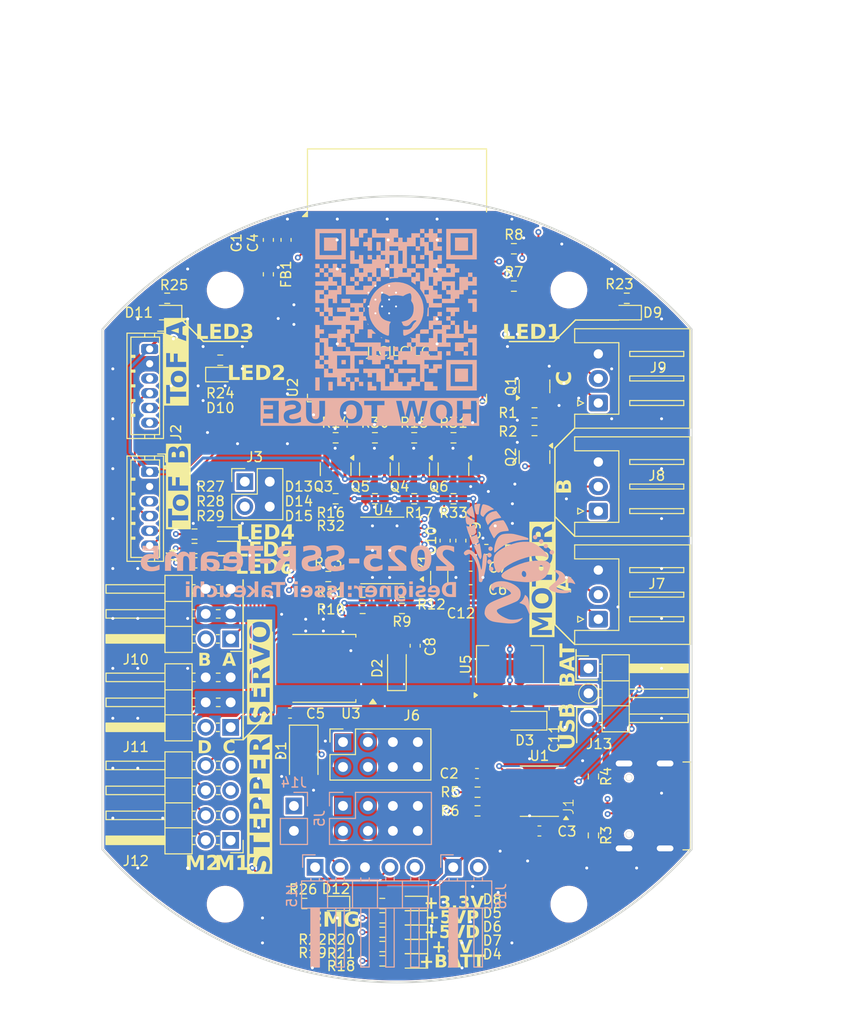
<source format=kicad_pcb>
(kicad_pcb (version 20241229) (generator "pcbnew") (generator_version "9.0")
  (layers (0 "F.Cu" signal) (4 "In1.Cu" signal) (6 "In2.Cu" signal) (2 "B.Cu" signal) (13 "F.Paste" user) (15 "B.Paste" user) (5 "F.SilkS" user "F.Silkscreen") (7 "B.SilkS" user "B.Silkscreen") (1 "F.Mask" user) (3 "B.Mask" user) (25 "Edge.Cuts" user))
  (net 0 "")
  (net 1 "Net-(U2-VDD)")
  (net 2 "+3.3V")
  (net 3 "+BATT")
  (net 4 "Net-(U4-PC14)")
  (net 5 "Net-(U4-PC15)")
  (net 6 "+5VP")
  (net 7 "Net-(U4-VDD)")
  (net 8 "+5V")
  (net 9 "Net-(D1-A)")
  (net 10 "Net-(D4-A)")
  (net 11 "Net-(D5-A)")
  (net 12 "Net-(D6-A)")
  (net 13 "Net-(D7-A)")
  (net 14 "Net-(D8-A)")
  (net 15 "Net-(D9-A)")
  (net 16 "Net-(D10-A)")
  (net 17 "Net-(D11-A)")
  (net 18 "Net-(D12-A)")
  (net 19 "Net-(D13-A)")
  (net 20 "Net-(D14-A)")
  (net 21 "Net-(D15-A)")
  (net 22 "+5VD")
  (net 25 "Net-(J1-CC1)")
  (net 26 "Net-(J1-CC2)")
  (net 27 "XSHUTA")
  (net 28 "TOF_INTA")
  (net 29 "SDA")
  (net 30 "SCL")
  (net 31 "XSHUTB")
  (net 32 "TOF_INTB")
  (net 33 "PWM_M_A")
  (net 34 "DIR_M_A")
  (net 35 "PWM_M_B")
  (net 36 "DIR_M_B")
  (net 37 "DIR_M_C")
  (net 38 "PWM_M_C")
  (net 39 "SERVO_PWM_A")
  (net 40 "SERVO_PWM_C")
  (net 41 "SERVO_PWM_B")
  (net 42 "SERVO_PWM_D")
  (net 43 "STP_M1_B")
  (net 44 "STP_M1_A")
  (net 45 "STP_M1_D")
  (net 46 "STP_M1_C")
  (net 47 "STP_M2_A")
  (net 48 "STP_M2_B")
  (net 49 "STP_M2_C")
  (net 50 "STP_M2_D")
  (net 51 "EMERGENCY")
  (net 52 "SWCLK")
  (net 53 "NRST")
  (net 54 "SWDIO")
  (net 55 "PWM_S_A")
  (net 56 "PWM_S_C")
  (net 57 "PWM_S_B")
  (net 58 "PWM_S_D")
  (net 59 "DTR")
  (net 60 "RTS")
  (net 61 "Net-(U1-TXD)")
  (net 62 "RXD")
  (net 63 "Net-(U1-RXD)")
  (net 64 "TXD")
  (net 65 "Net-(U2-IO21)")
  (net 66 "Net-(U2-IO22)")
  (net 67 "Net-(U4-PB6)")
  (net 68 "Net-(U4-PB7)")
  (net 69 "LED1")
  (net 70 "LED2")
  (net 71 "LED3")
  (net 72 "LED4")
  (net 73 "LED6")
  (net 74 "LED5")
  (net 83 "BOOT_ESP")
  (net 87 "EN")
  (net 88 "Net-(Q1-B)")
  (net 89 "Net-(Q2-B)")
  (net 90 "GND")
  (net 91 "/UD-")
  (net 92 "/UD+")
  (footprint "Connector_PinHeader_2.54mm:PinHeader_1x03_P2.54mm_Horizontal" (layer "F.Cu") (at 84 127)
    (property "Reference" "J13")
    (property "Value" "Conn_01x03_Pin")
  )
  (footprint "Capacitor_SMD:C_0603_1608Metric_Pad1.08x0.95mm_HandSolder" (layer "F.Cu") (at 51.4 83.4 90)
    (property "Reference" "C1")
    (property "Value" "22u")
  )
  (footprint "MountingHole:MountingHole_3.2mm_M3" (layer "F.Cu") (at 82 151)
    (property "Reference" "H4" (hide yes))
    (property "Value" "MountingHole")
  )
  (footprint "Resistor_SMD:R_0603_1608Metric_Pad0.98x0.95mm_HandSolder" (layer "F.Cu") (at 78.5 101 180)
    (property "Reference" "R2")
    (property "Value" "10k")
  )
  (footprint "LED_SMD:LED_0603_1608Metric" (layer "F.Cu") (at 47.0075 113.34 180)
    (property "Reference" "D13")
    (property "Value" "LED")
  )
  (footprint "Resistor_SMD:R_0603_1608Metric_Pad0.98x0.95mm_HandSolder" (layer "F.Cu") (at 62.25 103.5375 180)
    (property "Reference" "R30")
    (property "Value" "1k" (hide yes))
  )
  (footprint "Inductor_SMD:L_0603_1608Metric_Pad1.05x0.95mm_HandSolder" (layer "F.Cu") (at 73.6 114.9)
    (property "Reference" "FB2")
    (property "Value" "FerriteBead_Small")
  )
  (footprint "Resistor_SMD:R_0603_1608Metric_Pad0.98x0.95mm_HandSolder" (layer "F.Cu") (at 84.5 144 -90)
    (property "Reference" "R3")
    (property "Value" "5.1k")
  )
  (footprint "Package_TO_SOT_SMD:SOT-23" (layer "F.Cu") (at 58.25 106.7375 -90)
    (property "Reference" "Q3")
    (property "Value" "BSS138")
  )
  (footprint "Connector_JST:JST_ZH_B6B-ZR_1x06_P1.50mm_Vertical" (layer "F.Cu") (at 39.31 94.5 -90)
    (property "Reference" "ToF A")
    (property "Value" "Conn_01x06")
  )
  (footprint "Package_SO:SSOP-10-1EP_3.9x4.9mm_P1mm_EP2.1x3.3mm" (layer "F.Cu") (at 79 139.5 180)
    (property "Reference" "U1")
    (property "Value" "CH340K")
  )
  (footprint "Resistor_SMD:R_0603_1608Metric_Pad0.98x0.95mm_HandSolder" (layer "F.Cu") (at 66.25 103.5375 180)
    (property "Reference" "R15")
    (property "Value" "1k" (hide yes))
  )
  (footprint "Connector_JST:JST_ZH_B6B-ZR_1x06_P1.50mm_Vertical" (layer "F.Cu") (at 39.31 107 -90)
    (property "Reference" "J4")
    (property "Value" "Conn_01x06")
  )
  (footprint "Capacitor_SMD:C_0603_1608Metric_Pad1.08x0.95mm_HandSolder" (layer "F.Cu") (at 79 143.55)
    (property "Reference" "C3")
    (property "Value" "0.1u")
  )
  (footprint "Package_TO_SOT_SMD:SOT-23" (layer "F.Cu") (at 78.5 98.3 90)
    (property "Reference" "Q1")
    (property "Value" "Q_NPN")
  )
  (footprint "Diode_SMD:Vishay_SMPA" (layer "F.Cu") (at 55 135.8 -90)
    (property "Reference" "D1")
    (property "Value" "D_Small")
  )
  (footprint "Resistor_SMD:R_0603_1608Metric_Pad0.98x0.95mm_HandSolder" (layer "F.Cu") (at 55.07 150.93)
    (property "Reference" "R26")
    (property "Value" "1k")
  )
  (footprint "Crystal:Crystal_SMD_3215-2Pin_3.2x1.5mm" (layer "F.Cu") (at 68.8 117.8 90)
    (property "Reference" "Y1")
    (property "Value" "Crystal_Small")
  )
  (footprint "Resistor_SMD:R_0603_1608Metric_Pad0.98x0.95mm_HandSolder" (layer "F.Cu") (at 61 119.25 180)
    (property "Reference" "R11")
    (property "Value" "0")
  )
  (footprint "Inductor_SMD:L_0603_1608Metric_Pad1.05x0.95mm_HandSolder" (layer "F.Cu") (at 51.4 86.9 -90)
    (property "Reference" "FB1")
    (property "Value" "FerriteBead_Small")
  )
  (footprint "Capacitor_SMD:C_0603_1608Metric_Pad1.08x0.95mm_HandSolder" (layer "F.Cu") (at 53.2 83.4 90)
    (property "Reference" "C4")
    (property "Value" "0.1u")
  )
  (footprint "Connector_PinSocket_2.54mm:PinSocket_2x02_P2.54mm_Vertical" (layer "F.Cu") (at 49 108 90)
    (property "Reference" "J3")
    (property "Value" "Conn_02x02_Counter_Clockwise")
  )
  (footprint "Connector_PinHeader_2.54mm:PinHeader_2x03_P2.54mm_Horizontal" (layer "F.Cu") (at 47.56 133 180)
    (property "Reference" "J11")
    (property "Value" "Conn_02x03_Odd_Even")
  )
  (footprint "Resistor_SMD:R_0603_1608Metric_Pad0.98x0.95mm_HandSolder" (layer "F.Cu") (at 87.9 89.34)
    (property "Reference" "R23")
    (property "Value" "1k")
  )
  (footprint "Resistor_SMD:R_0603_1608Metric_Pad0.98x0.95mm_HandSolder" (layer "F.Cu") (at 63 155.31)
    (property "Reference" "R21")
    (property "Value" "1k")
  )
  (footprint "Capacitor_SMD:C_0603_1608Metric_Pad1.08x0.95mm_HandSolder" (layer "F.Cu") (at 72 119)
    (property "Reference" "C6")
    (property "Value" "C_Small")
  )
  (footprint "Package_TO_SOT_SMD:SOT-23" (layer "F.Cu") (at 66.25 106.7375 -90)
    (property "Reference" "Q4")
    (property "Value" "BSS138")
  )
  (footprint "Package_TO_SOT_SMD:SOT-23" (layer "F.Cu") (at 78.5 105.5 -90)
    (property "Reference" "Q2")
    (property "Value" "Q_NPN")
  )
  (footprint "Capacitor_SMD:C_0603_1608Metric_Pad1.08x0.95mm_HandSolder" (layer "F.Cu") (at 80.5 131.1 -90)
    (property "Reference" "C11")
    (property "Value" "10u")
  )
  (footprint "Resistor_SMD:R_0603_1608Metric_Pad0.98x0.95mm_HandSolder" (layer "F.Cu") (at 76.4 88.1)
    (property "Reference" "R7")
    (property "Value" "0" (hide yes))
  )
  (footprint "Resistor_SMD:R_0603_1608Metric_Pad0.98x0.95mm_HandSolder" (layer "F.Cu") (at 43.8775 113.34)
    (property "Reference" "R27")
    (property "Value" "1k")
  )
  (footprint "Resistor_SMD:R_0603_1608Metric_Pad0.98x0.95mm_HandSolder" (layer "F.Cu") (at 84.5 138 90)
    (property "Reference" "R4")
    (property "Value" "5.1k")
  )
  (footprint "LED_SMD:LED_0603_1608Metric" (layer "F.Cu") (at 47.01 116.26 180)
    (property "Reference" "D15")
    (property "Value" "LED")
  )
  (footprint "LED_SMD:LED_0603_1608Metric" (layer "F.Cu") (at 58.2 150.93 180)
    (property "Reference" "D12")
    (property "Value" "LED")
  )
  (footprint "LED_SMD:LED_0603_1608Metric" (layer "F.Cu") (at 66.13 153.85 180)
    (property "Reference" "D6")
    (property "Value" "LED")
  )
  (footprint "MountingHole:MountingHole_3.2mm_M3" (layer "F.Cu") (at 82 88.5)
    (property "Reference" "H2" (hide yes))
    (property "Value" "MountingHole")
  )
  (footprint "LED_SMD:LED_0603_1608Metric" (layer "F.Cu") (at 46.5 97.1)
    (property "Reference" "D10")
    (property "Value" "LED")
  )
  (footprint "Capacitor_SMD:C_0603_1608Metric_Pad1.08x0.95mm_HandSolder" (layer "F.Cu") (at 66.35 124.7 90)
    (property "Reference" "C8")
    (property "Value" "22u")
  )
  (footprint "Resistor_SMD:R_0603_1608Metric_Pad0.98x0.95mm_HandSolder" (layer "F.Cu") (at 58.25 103.5375 180)
    (property "Reference" "R14")
    (property "Value" "1k")
  )
  (footprint "Package_TO_SOT_SMD:SOT-23" (layer "F.Cu") (at 70.25 106.7375 -90)
    (property "Reference" "Q6")
    (property "Value" "BSS138")
  )
  (footprint "Library:5077CR-16-SMC2-BK-TR" (layer "F.Cu") (at 91.8 141 90)
    (property "Reference" "J1")
    (property "Value" "USB_C_Receptacle_USB2.0_16P")
    (fp_circle (center 2.89 -3.68) (end 3.215 -3.68) (stroke (width 0.05)) (fill no) (layer "Edge.Cuts"))
    (fp_circle (center -2.89 -3.68) (end -2.565 -3.68) (stroke (width 0.05)) (fill no) (layer "Edge.Cuts"))
  )
  (footprint "Resistor_SMD:R_0603_1608Metric_Pad0.98x0.95mm_HandSolder" (layer "F.Cu") (at 66.25 109.7375 180)
    (property "Reference" "R17")
    (property "Value" "1k")
  )
  (footprint "Resistor_SMD:R_0603_1608Metric_Pad0.98x0.95mm_HandSolder" (layer "F.Cu") (at 72.7 141.5 180)
    (property "Reference" "R6")
    (property "Value" "0")
  )
  (footprint "LED_SMD:LED_0603_1608Metric" (layer "F.Cu") (at 66.1275 150.93 180)
    (property "Reference" "D8")
    (property "Value" "LED")
  )
  (footprint "Diode_SMD:Nexperia_CFP3_SOD-123W" (layer "F.Cu") (at 77.5 132.33 180)
    (property "Reference" "D3")
    (property "Value" "D_Schottky_Small")
  )
  (footprint "Connector_JST:JST_XH_S3B-XH-A_1x03_P2.50mm_Horizontal" (layer "F.Cu") (at 85 111 90)
    (property "Reference" "J8")
    (property "Value" "Conn_01x03")
  )
  (footprint "Capacitor_SMD:C_0603_1608Metric_Pad1.08x0.95mm_HandSolder" (layer "F.Cu") (at 53.6 131.55 180)
    (property "Reference" "C5")
    (property "Value" "10u")
  )
  (footprint "Resistor_SMD:R_0603_1608Metric_Pad0.98x0.95mm_HandSolder" (layer "F.Cu") (at 62.9975 150.93)
    (property "Reference" "R22")
    (property "Value" "1k")
  )
  (footprint "Resistor_SMD:R_0603_1608Metric_Pad0.98x0.95mm_HandSolder" (layer "F.Cu") (at 61 120.9)
    (property "Reference" "R10")
    (property "Value" "2.2k")
  )
  (footprint "RF_Module:ESP32-WROOM-32D" (layer "F.Cu") (at 64.5 90)
    (property "Reference" "U2")
    (property "Value" "ESP32-WROOM-32E")
  )
  (footprint "Resistor_SMD:R_0603_1608Metric_Pad0.98x0.95mm_HandSolder" (layer "F.Cu") (at 43.88 114.8)
    (property "Reference" "R28")
    (property "Value" "1k")
  )
  (footprint "Resistor_SMD:R_0603_1608Metric_Pad0.98x0.95mm_HandSolder" (layer "F.Cu") (at 70.25 109.7375 180)
    (property "Reference" "R33")
    (property "Value" "1k")
  )
  (footprint "LED_SMD:LED_0603_1608Metric" (layer "F.Cu") (at 87.9 90.8 180)
    (property "Reference" "D9")
    (property "Value" "LED")
  )
  (footprint "LED_SMD:LED_0603_1608Metric" (layer "F.Cu") (at 66.13 152.39 180)
    (property "Reference" "D5")
    (property "Value" "LED")
  )
  (footprint "Capacitor_SMD:C_0603_1608Metric_Pad1.08x0.95mm_HandSolder" (layer "F.Cu") (at 72 116.6)
    (property "Reference" "C7")
    (property "Value" "C_Small")
  )
  (footprint "Capacitor_SMD:C_0603_1608Metric_Pad1.08x0.95mm_HandSolder" (layer "F.Cu") (at 74.05 121.43 180)
    (property "Reference" "C12")
    (property "Value" "22u")
  )
  (footprint "Resistor_SMD:R_0603_1608Metric_Pad0.98x0.95mm_HandSolder" (layer "F.Cu") (at 46.5 95.64 180)
    (property "Reference" "R24")
    (property "Value" "1k")
  )
  (footprint "Capacitor_SMD:C_0603_1608Metric_Pad1.08x0.95mm_HandSolder" (layer "F.Cu") (at 69.4 114 90)
    (property "Reference" "C10")
    (property "Value" "0.1u")
  )
  (footprint "Resistor_SMD:R_0603_1608Metric_Pad0.98x0.95mm_HandSolder" (layer "F.Cu") (at 65 120.9 180)
    (property "Reference" "R9")
    (property "Value" "2.2k")
  )
  (footprint "Diode_SMD:Nexperia_CFP3_SOD-123W" (layer "F.Cu") (at 64.49 127 90)
    (property "Reference" "D2")
    (property "Value" "D_Schottky_Small")
  )
  (footprint "LED_SMD:LED_0603_1608Metric" (layer "F.Cu") (at 66.13 156.77 180)
    (property "Reference" "D4")
    (property "Value" "LED")
  )
  (footprint "Resistor_SMD:R_0603_1608Metric_Pad0.98x0.95mm_HandSolder" (layer "F.Cu") (at 63 156.77)
    (property "Reference" "R18")
    (property "Value" "3.3k")
  )
  (footprint "Package_TO_SOT_SMD:TO-252-2" (layer "F.Cu") (at 57 127 180)
    (property "Reference" "U3")
    (property "Value" "NJM7805SDL1")
  )
  (footprint "Capacitor_SMD:C_0603_1608Metric_Pad1.08x0.95mm_HandSolder" (layer "F.Cu") (at 72.64 137.7 180)
    (property "Reference" "C2")
    (property "Value" "0.1u")
  )
  (footprint "Connector_PinHeader_2.54mm:PinHeader_2x03_P2.54mm_Horizontal" (layer "F.Cu") (at 47.56 124 180)
    (property "Reference" "J10")
    (property "Value" "Conn_02x03_Odd_Even")
  )
  (footprint "LED_SMD:LED_0603_1608Metric" (layer "F.Cu") (at 66.13 155.31 180)
    (property "Reference" "D7")
    (property "Value" "LED")
  )
  (footprint "Resistor_SMD:R_0603_1608Metric_Pad0.98x0.95mm_HandSolder" (layer "F.Cu") (at 65 119.25)
    (property "Reference" "R12")
    (property "Value" "0")
  )
  (footprint "LED_SMD:LED_0603_1608Metric" (layer "F.Cu") (at 41.1 90.8 180)
    (property "Reference" "D11")
    (property "Value" "LED")
  )
  (footprint "Resistor_SMD:R_0603_1608Metric_Pad0.98x0.95mm_HandSolder" (layer "F.Cu") (at 78.5 102.8)
    (property "Reference" "R1")
    (property "Value" "10k")
  )
  (footprint "Capacitor_SMD:C_0603_1608Metric_Pad1.08x0.95mm_HandSolder" (layer "F.Cu") (at 71 114 90)
    (property "Reference" "C9")
    (property "Value" "22u")
  )
  (footprint "Resistor_SMD:R_0603_1608Metric_Pad0.98x0.95mm_HandSolder" (layer "F.Cu") (at 63 153.85)
    (property "Reference" "R20")
    (property "Value" "1k")
  )
  (footprint "LED_SMD:LED_0603_1608Metric" (layer "F.Cu") (at 47.01 114.8 180)
    (property "Reference" "D14")
    (property "Value" "LED")
  )
  (footprint "Resistor_SMD:R_0603_1608Metric_Pad0.98x0.95mm_HandSolder" (layer "F.Cu") (at 58.25 109.7375 180)
    (property "Reference" "R16")
    (property "Value" "1k")
  )
  (footprint "Resistor_SMD:R_0603_1608Metric_Pad0.98x0.95mm_HandSolder" (layer "F.Cu") (at 57.5 117.65 180)
    (property "Reference" "R13")
    (property "Value" "100k")
  )
  (footprint "Resistor_SMD:R_0603_1608Metric_Pad0.98x0.95mm_HandSolder" (layer "F.Cu") (at 63 152.39)
    (property "Reference" "R19")
    (property "Value" "1k")
  )
  (footprint "MountingHole:MountingHole_3.2mm_M3" (layer "F.Cu") (at 47 88.5)
    (property "Reference" "H1" (hide yes))
    (property "Value" "MountingHole")
  )
  (footprint "Resistor_SMD:R_0603_1608Metric_Pad0.98x0.95mm_HandSolder" (layer "F.Cu") (at 72.7 139.6 180)
    (property "Reference" "R5")
    (property "Value" "0")
  )
  (footprint "MountingHole:MountingHole_3.2mm_M3" (layer "F.Cu") (at 47 151)
    (property "Reference" "H3" (hide yes))
    (property "Value" "MountingHole")
  )
  (footprint "Resistor_SMD:R_0603_1608Metric_Pad0.98x0.95mm_HandSolder" (layer "F.Cu") (at 62.25 109.7375 180)
    (property "Reference" "R32")
    (property "Value" "1k")
  )
  (footprint "Connector_PinHeader_2.54mm:PinHeader_2x04_P2.54mm_Horizontal" (layer "F.Cu") (at 47.56 144.5 180)
    (property "Reference" "J12")
    (property "Value" "Conn_02x04_Odd_Even")
  )
  (footprint "Resistor_SMD:R_0603_1608Metric_Pad0.98x0.95mm_HandSolder" (layer "F.Cu") (at 76.4 84.3)
    (property "Reference" "R8")
    (property "Value" "0")
  )
  (footprint "Resistor_SMD:R_0603_1608Metric_Pad0.98x0.95mm_HandSolder" (layer "F.Cu") (at 41.1 89.34 180)
    (property "Reference" "R25")
    (property "Value" "1k")
  )
  (footprint "Connector_JST:JST_XH_S3B-XH-A_1x03_P2.50mm_Horizontal" (layer "F.Cu") (at 85 100 90)
    (property "Reference" "J9")
    (property "Value" "Conn_01x03")
  )
  (footprint "Connector_JST:JST_XH_S3B-XH-A_1x03_P2.50mm_Horizontal" (layer "F.Cu") (at 85 122 90)
    (property "Reference" "J7")
    (property "Value" "Conn_01x03")
  )
  (footprint "Connector_PinSocket_2.54mm:PinSocket_2x04_P2.54mm_Vertical" (layer "F.Cu") (at 59 134.5 90)
    (property "Reference" "J6")
    (property "Value" "Conn_02x04_Counter_Clockwise")
  )
  (footprint "Package_TO_SOT_SMD:SOT-23" (layer "F.Cu") (at 62.25 106.7375 -90)
    (property "Reference" "Q5")
    (property "Value" "BSS138")
  )
  (footprint "Resistor_SMD:R_0603_1608Metric_Pad0.98x0.95mm_HandSolder" (layer "F.Cu") (at 43.88 116.26)
    (property "Reference" "R29")
    (property "Value" "1k")
  )
  (footprint "Package_TO_SOT_SMD:SOT-223" (layer "F.Cu") (at 76 126.6 90)
    (property "Reference" "U5")
    (property "Value" "AZ1117-3.3")
  )
  (footprint "Package_SO:TSSOP-20_4.4x6.5mm_P0.65mm" (layer "F.Cu") (at 63 115 180)
    (property "Reference" "U4")
    (property "Value" "STM32C011F4Px")
  )
  (footprint "Resistor_SMD:R_0603_1608Metric_Pad0.98x0.95mm_HandSolder" (layer "F.Cu") (at 70.25 103.5375 180)
    (property "Reference" "R31")
    (property "Value" "1k" (hide yes))
  )
  (footprint "LOGO" (layer "B.Cu") (at 76.5 115.8 180)
    (property "Reference" "G***" (hide yes))
    (property "Value" "LOGO" (hide yes))
  )
  (footprint "Connector_PinHeader_2.54mm:PinHeader_1x02_P2.54mm_Horizontal" (layer "B.Cu") (at 70.225 147.245 -90)
    (property "Reference" "J16")
    (property "Value" "Conn_01x02_Pin")
  )
  (footprint "Connector_PinHeader_2.54mm:PinHeader_1x02_P2.54mm_Vertical" (layer "B.Cu") (at 54 141 180)
    (property "Reference" "J14")
    (property "Value" "Conn_01x02_Pin")
  )
  (footprint "Connector_PinHeader_2.54mm:PinHeader_2x04_P2.54mm_Vertical" (layer "B.Cu") (at 59 141 -90)
    (property "Reference" "J5")
    (property "Value" "Conn_02x04_Counter_Clockwise")
  )
  (footprint "Connector_PinHeader_2.54mm:PinHeader_1x05_P2.54mm_Horizontal" (layer "B.Cu") (at 56.16 147.245 -90)
    (property "Reference" "J15")
    (property "Value" "Conn_01x05_Pin")
  )
  (footprint "LOGO" (layer "B.Cu") (at 64.4 90.5 180)
    (property "Reference" "G***" (hide yes))
    (property "Value" "LOGO" (hide yes))
  )
  (gr_line (start 48.83 134.27) (end 48.83 118) (stroke (width 0.15)) (layer "F.SilkS"))
  (gr_line (start 48.83 134.27) (end 51.8 131.3) (stroke (width 0.15)) (layer "F.SilkS"))
  (gr_line (start 82.73 128.2) (end 82.73 125.1) (stroke (width 0.15)) (layer "F.SilkS"))
  (gr_line (start 82.59 102.56) (end 80.58 104.57) (stroke (width 0.15)) (layer "F.SilkS"))
  (gr_line (start 51.8 131.3) (end 51.8 123.32) (stroke (width 0.15)) (layer "F.SilkS"))
  (gr_circle (center 84 129.55) (end 84.7 128.85) (stroke (width 0.1)) (fill no) (layer "F.SilkS"))
  (gr_line (start 82.8 130.95) (end 82.8 134.55) (stroke (width 0.15)) (layer "F.SilkS"))
  (gr_line (start 80.58 122.55) (end 80.58 104.57) (stroke (width 0.15)) (layer "F.SilkS"))
  (gr_line (start 82.59 124.56) (end 80.58 122.55) (stroke (width 0.15)) (layer "F.SilkS"))
  (gr_line (start 80.485 93.74) (end 82.675 91.55) (stroke (width 0.15)) (layer "F.SilkS"))
  (gr_line (start 44.775 93.725) (end 49.275 93.725) (stroke (width 0.15)) (layer "F.SilkS"))
  (gr_line (start 82.675 91.55) (end 87.075 91.55) (stroke (width 0.15)) (layer "F.SilkS"))
  (gr_line (start 75.95 93.74) (end 80.45 93.74) (stroke (width 0.15)) (layer "F.SilkS"))
  (gr_line (start 82.73 128.2) (end 84.9 128.2) (stroke (width 0.15)) (layer "F.SilkS"))
  (gr_line (start 82.59 113.56) (end 80.58 111.55) (stroke (width 0.15)) (layer "F.SilkS"))
  (gr_line (start 42.585 91.535) (end 44.775 93.725) (stroke (width 0.15)) (layer "F.SilkS"))
  (gr_line (start 82.8 130.95) (end 84.9 130.95) (stroke (width 0.15)) (layer "F.SilkS"))
  (gr_arc (start 34.5 92.5) (mid 64.5 78.957511) (end 94.5 92.500001) (stroke (width 0.2)) (layer "Edge.Cuts"))
  (gr_line (start 94.5 92.500001) (end 94.5 145.415021) (stroke (width 0.2)) (layer "Edge.Cuts"))
  (gr_arc (start 94.5 145.415021) (mid 64.5 158.957511) (end 34.5 145.415022) (stroke (width 0.2)) (layer "Edge.Cuts"))
  (gr_line (start 34.5 92.5) (end 34.5 145.415022) (stroke (width 0.2)) (layer "Edge.Cuts"))
  (gr_text "M1" (at 47.7 146.9 0) (layer "F.SilkS") (effects (font (size 1.5 1.5) (thickness 0.2) (bold yes) (italic yes))))
  (gr_text "+BATT" (at 70.1 156.9 0) (layer "F.SilkS") (effects (font (size 1.3 1.3) (thickness 0.2) (bold yes) (italic yes))))
  (gr_text "LED3" (at 46.95 92.85 0) (layer "F.SilkS") (effects (font (size 1.5 1.5) (thickness 0.2) (bold yes) (italic yes))))
  (gr_text "MOTOR" (at 79.45 118.05 90) (layer "F.SilkS" knockout) (effects (font (size 2 2) (thickness 0.25) (bold yes) (italic yes))))
  (gr_text "B" (at 81.6 108.5 90) (layer "F.SilkS") (effects (font (size 1.5 1.5) (thickness 0.25) (bold yes) (italic yes))))
  (gr_text "LED2" (at 50.19 97.03 0) (layer "F.SilkS") (effects (font (size 1.5 1.5) (thickness 0.2) (bold yes) (italic yes))))
  (gr_text "EMG" (at 58.12 152.66 0) (layer "F.SilkS") (effects (font (size 1.5 1.5) (thickness 0.2) (bold yes) (italic yes))))
  (gr_text "+5VD" (at 70.1 153.9 0) (layer "F.SilkS") (effects (font (size 1.3 1.3) (thickness 0.2) (bold yes) (italic yes))))
  (gr_text "M2" (at 44.7 146.9 0) (layer "F.SilkS") (effects (font (size 1.5 1.5) (thickness 0.2) (bold yes) (italic yes))))
  (gr_text "LED6" (at 51 116.75 0) (layer "F.SilkS") (effects (font (size 1.5 1.5) (thickness 0.2) (bold yes) (italic yes))))
  (gr_text "+3.3V" (at 70.3 150.93 0) (layer "F.SilkS") (effects (font (size 1.3 1.3) (thickness 0.2) (bold yes) (italic yes))))
  (gr_text "LED5" (at 51 115 0) (layer "F.SilkS") (effects (font (size 1.5 1.5) (thickness 0.2) (bold yes) (italic yes))))
  (gr_text "SERVO" (at 50.7 127.4 90) (layer "F.SilkS" knockout) (effects (font (size 2 2) (thickness 0.2) (bold yes) (italic yes))))
  (gr_text "BAT" (at 81.95 126.7 90) (layer "F.SilkS") (effects (font (size 1.5 1.5) (thickness 0.25) (bold yes) (italic yes))))
  (gr_text "A" (at 47.4 126.2 0) (layer "F.SilkS") (effects (font (size 1.3 1.3) (thickness 0.2) (bold yes) (italic yes))))
  (gr_text "+5V" (at 70.1 155.4 0) (layer "F.SilkS") (effects (font (size 1.3 1.3) (thickness 0.2) (bold yes) (italic yes))))
  (gr_text "ToF B" (at 42.4 108.4 90) (layer "F.SilkS" knockout) (effects (font (size 2 2) (thickness 0.2) (bold yes) (italic yes))))
  (gr_text "D" (at 44.9 135.1 0) (layer "F.SilkS") (effects (font (size 1.3 1.3) (thickness 0.2) (bold yes) (italic yes))))
  (gr_text "STEPPER" (at 50.7 140.9 90) (layer "F.SilkS" knockout) (effects (font (size 2 2) (thickness 0.2) (bold yes) (italic yes))))
  (gr_text "USB" (at 81.95 132.9 90) (layer "F.SilkS") (effects (font (size 1.5 1.5) (thickness 0.25) (bold yes) (italic yes))))
  (gr_text "A" (at 81.6 118.5 90) (layer "F.SilkS") (effects (font (size 1.5 1.5) (thickness 0.25) (bold yes) (italic yes))))
  (gr_text "JLCJLCJLC" (at 61.4 95.4 -0) (layer "F.SilkS") (effects (font (size 1 1) (thickness 0.1)) (justify left bottom)))
  (gr_text "+5VP" (at 70.1 152.4 0) (layer "F.SilkS") (effects (font (size 1.3 1.3) (thickness 0.2) (bold yes) (italic yes))))
  (gr_text "C" (at 81.6 97.5 90) (layer "F.SilkS") (effects (font (size 1.5 1.5) (thickness 0.25) (bold yes) (italic yes))))
  (gr_text "C" (at 47.4 135.1 0) (layer "F.SilkS") (effects (font (size 1.3 1.3) (thickness 0.2) (bold yes) (italic yes))))
  (gr_text "LED4" (at 51.11 113.25 0) (layer "F.SilkS") (effects (font (size 1.5 1.5) (thickness 0.2) (bold yes) (italic yes))))
  (gr_text "LED1" (at 78.2 92.85 0) (layer "F.SilkS") (effects (font (size 1.5 1.5) (thickness 0.2) (bold yes) (italic yes))))
  (gr_text "B" (at 44.9 126.2 0) (layer "F.SilkS") (effects (font (size 1.3 1.3) (thickness 0.2) (bold yes) (italic yes))))
  (gr_text "HOW TO USE" (at 72.9 102.4 0) (layer "B.SilkS" knockout) (effects (font (size 2.2 2.2) (thickness 0.5) (bold yes) (italic yes)) (justify left bottom mirror)))
  (gr_text "2025-SSR-Team5" (at 70.6 117.5 0) (layer "B.SilkS") (effects (font (size 2.5 2.5) (thickness 0.4) (bold yes) (italic yes)) (justify left bottom mirror)))
  (gr_text "Designer:Issei Takeuchi" (at 70.7 120 0) (layer "B.SilkS") (effects (font (size 1.5 1.5) (thickness 0.25) (bold yes) (italic yes)) (justify left bottom mirror)))
  (segment (start 53.2 84.2625) (end 51.4 84.2625) (width 0.3) (layer "F.Cu") (net 1))
  (segment (start 53.2 84.2625) (end 54.4425 83.02) (width 0.3) (layer "F.Cu") (net 1))
  (segment (start 51.4 86.025) (end 51.4 84.2625) (width 0.3) (layer "F.Cu") (net 1))
  (segment (start 54.4425 83.02) (end 55.75 83.02) (width 0.3) (layer "F.Cu") (net 1))
  (segment (start 74.73 121.2475) (end 74.9125 121.43) (width 0.3) (layer "F.Cu") (net 2))
  (segment (start 74.9125 122.3625) (end 76 123.45) (width 0.3) (layer "F.Cu") (net 2))
  (segment (start 67.2 105.8) (end 67.2 103.575) (width 0.3) (layer "F.Cu") (net 2))
  (segment (start 63.2 103.575) (end 63.1625 103.5375) (width 0.3) (layer "F.Cu") (net 2))
  (segment (start 78.1375 143.55) (end 77.35 143.55) (width 0.3) (layer "F.Cu") (net 2))
  (segment (start 65.9125 120.9) (end 66.4725 120.34) (width 0.3) (layer "F.Cu") (net 2))
  (segment (start 63.595 149.42) (end 68.05 149.42) (width 0.2) (layer "F.Cu") (net 2))
  (segment (start 74.9125 121.43) (end 74.9125 122.3625) (width 0.3) (layer "F.Cu") (net 2))
  (segment (start 59.2 107.73) (end 59.2 105.8) (width 0.3) (layer "F.Cu") (net 2))
  (segment (start 70.225 147.245) (end 68.949 145.969) (width 0.3) (layer "F.Cu") (net 2))
  (segment (start 74.475 114.905) (end 74.73 115.16) (width 0.3) (layer "F.Cu") (net 2))
  (segment (start 77.58 143.55) (end 76.88 144.25) (width 0.3) (layer "F.Cu") (net 2))
  (segment (start 74.475 114.9) (end 74.475 114.905) (width 0.3) (layer "F.Cu") (net 2))
  (segment (start 74.475 113.475) (end 73.13 112.13) (width 0.3) (layer "F.Cu") (net 2))
  (segment (start 68.949 145.969) (end 68.949 139.681) (width 0.3) (layer "F.Cu") (net 2))
  (segment (start 78.1375 143.55) (end 77.58 143.55) (width 0.3) (layer "F.Cu") (net 2))
  (segment (start 63.22 105.82) (end 63.2 105.8) (width 0.3) (layer "F.Cu") (net 2))
  (segment (start 39.31 94.38) (end 39.31 94.5) (width 0.3) (layer "F.Cu") (net 2))
  (segment (start 48.49 92.81) (end 40.88 92.81) (width 0.3) (layer "F.Cu") (net 2))
  (segment (start 71.2 105.8) (end 71.2 103.575) (width 0.3) (layer "F.Cu") (net 2))
  (segment (start 67.19 107.73) (end 67.19 105.81) (width 0.3) (layer "F.Cu") (net 2))
  (segment (start 74.73 120.34) (end 74.73 121.2475) (width 0.3) (layer "F.Cu") (net 2))
  (segment (start 76 128.22) (end 75.98 128.24) (width 0.3) (layer "F.Cu") (net 2))
  (segment (start 73.5025 137.7) (end 74.695 137.7) (width 0.3) (layer "F.Cu") (net 2))
  (segment (start 67.19 105.81) (end 67.2 105.8) (width 0.3) (layer "F.Cu") (net 2))
  (segment (start 74.72 121.2375) (end 74.9125 121.43) (width 0.3) (layer "F.Cu") (net 2))
  (segment (start 76 132.23) (end 76.1 132.33) (width 0.3) (layer "F.Cu") (net 2))
  (segment (start 63.22 107.73) (end 63.22 105.82) (width 0.3) (layer "F.Cu") (net 2))
  (segment (start 70.05 138.58) (end 72.6225 138.58) (width 0.3) (layer "F.Cu") (net 2))
  (segment (start 75.495 138.5) (end 76.3625 138.5) (width 0.3) (layer "F.Cu") (net 2))
  (segment (start 74.475 114.9) (end 74.475 113.475) (width 0.3) (layer "F.Cu") (net 2))
  (segment (start 59.1625 103.5375) (end 59.1625 105.7625) (width 0.3) (layer "F.Cu") (net 2))
  (segment (start 73.5025 134.9275) (end 76.1 132.33) (width 0.3) (layer "F.Cu") (net 2))
  (segment (start 73.13 112.13) (end 73.13 107.73) (width 0.3) (layer "F.Cu") (net 2))
  (segment (start 73.22 144.25) (end 70.225 147.245) (width 0.3) (layer "F.Cu") (net 2))
  (segment (start 68.949 139.681) (end 70.05 138.58) (width 0.3) (layer "F.Cu") (net 2))
  (segment (start 74.695 137.7) (end 75.495 138.5) (width 0.3) (layer "F.Cu") (net 2))
  (segment (start 63.2 105.8) (end 63.2 103.575) (width 0.3) (layer "F.Cu") (net 2))
  (segment (start 62.085 150.93) (end 63.595 149.42) (width 0.2) (layer "F.Cu") (net 2))
  (segment (start 73.13 107.73) (end 71.2 105.8) (width 0.3) (layer "F.Cu") (net 2))
  (segment (start 59.69 120.9) (end 60.0875 120.9) (width 0.3) (layer "F.Cu") (net 2))
  (segment (start 40.88 92.81) (end 39.31 94.38) (width 0.3) (layer "F.Cu") (net 2))
  (segment (start 76 123.45) (end 76 125.07) (width 0.3) (layer "F.Cu") (net 2))
  (segment (start 51.4 87.775) (end 51.4 89.9) (width 0.3) (layer "F.Cu") (net 2))
  (segment (start 75.98 128.24) (end 75.98 129.73) (width 0.3) (layer "F.Cu") (net 2))
  (segment (start 59.1625 105.7625) (end 59.2 105.8) (width 0.3) (layer "F.Cu") (net 2))
  (segment (start 73.5025 137.7) (end 73.5025 134.9275) (width 0.3) (layer "F.Cu") (net 2))
  (segment (start 75.98 129.73) (end 76 129.75) (width 0.3) (layer "F.Cu") (net 2))
  (segment (start 72.6225 138.58) (end 73.5025 137.7) (width 0.3) (layer "F.Cu") (net 2))
  (segment (start 59.13 120.34) (end 59.69 120.9) (width 0.3) (layer "F.Cu") (net 2))
  (segment (start 67.91 120.34) (end 74.73 120.34) (width 0.3) (layer "F.Cu") (net 2))
  (segment (start 76.88 144.25) (end 73.22 144.25) (width 0.3) (layer "F.Cu") (net 2))
  (segment (start 67.2 103.575) (end 67.1625 103.5375) (width 0.3) (layer "F.Cu") (net 2))
  (segment (start 76 129.75) (end 76 132.23) (width 0.3) (layer "F.Cu") (net 2))
  (segment (start 68.05 149.42) (end 70.225 147.245) (width 0.2) (layer "F.Cu") (net 2))
  (segment (start 66.4725 120.34) (end 67.91 120.34) (width 0.3) (layer "F.Cu") (net 2))
  (segment (start 76.3625 142.5625) (end 76.3625 141.5) (width 0.3) (layer "F.Cu") (net 2))
  (segment (start 74.73 115.16) (end 74.73 120.34) (width 0.3) (layer "F.Cu") (net 2))
  (segment (start 51.4 89.9) (end 48.49 92.81) (width 0.3) (layer "F.Cu") (net 2))
  (segment (start 77.35 143.55) (end 76.3625 142.5625) (width 0.3) (layer "F.Cu") (net 2))
  (segment (start 71.2 103.575) (end 71.1625 103.5375) (width 0.3) (layer "F.Cu") (net 2))
  (via (at 59.2 107.73) (size 0.6) (drill 0.3) (layers "F.Cu" "B.Cu") (net 2))
  (via (at 73.13 107.73) (size 0.6) (drill 0.3) (layers "F.Cu" "B.Cu") (net 2))
  (via (at 76 128.22) (size 0.6) (drill 0.3) (layers "F.Cu" "B.Cu") (net 2))
  (via (at 59.13 120.34) (size 0.6) (drill 0.3) (layers "F.Cu" "B.Cu") (net 2))
  (via (at 67.91 120.34) (size 0.6) (drill 0.3) (layers "F.Cu" "B.Cu") (net 2))
  (via (at 63.22 107.73) (size 0.6) (drill 0.3) (layers "F.Cu" "B.Cu") (net 2))
  (via (at 76 125.07) (size 0.6) (drill 0.3) (layers "F.Cu" "B.Cu") (net 2))
  (via (at 67.19 107.73) (size 0.6) (drill 0.3) (layers "F.Cu" "B.Cu") (net 2))
  (segment (start 67.19 107.73) (end 63.22 107.73) (width 0.3) (layer "B.Cu") (net 2))
  (segment (start 73.13 107.73) (end 67.19 107.73) (width 0.3) (layer "B.Cu") (net 2))
  (segment (start 39.31 107) (end 37.31 105) (width 0.3) (layer "B.Cu") (net 2))
  (segment (start 76 128.22) (end 76 125.07) (width 0.3) (layer "B.Cu") (net 2))
  (segment (start 57.725 148.81) (end 56.16 147.245) (width 0.3) (layer "B.Cu") (net 2))
  (segment (start 37.31 105) (end 37.31 96.425291) (width 0.3) (layer "B.Cu") (net 2))
  (segment (start 70.225 147.245) (end 68.66 148.81) (width 0.3) (layer "B.Cu") (net 2))
  (segment (start 63.22 107.73) (end 59.2 107.73) (width 0.3) (layer "B.Cu") (net 2))
  (segment (start 57.07 105.6) (end 44.73 105.6) (width 0.3) (layer "B.Cu") (net 2))
  (segment (start 39.235291 94.5) (end 39.31 94.5) (width 0.3) (layer "B.Cu") (net 2))
  (segment (start 67.91 120.34) (end 59.13 120.34) (width 0.3) (layer "B.Cu") (net 2))
  (segment (start 43.33 107) (end 39.31 107) (width 0.3) (layer "B.Cu") (net 2))
  (segment (start 37.31 96.425291) (end 39.235291 94.5) (width 0.3) (layer "B.Cu") (net 2))
  (segment (start 44.73 105.6) (end 43.33 107) (width 0.3) (layer "B.Cu") (net 2))
  (segment (start 59.2 107.73) (end 57.07 105.6) (width 0.3) (layer "B.Cu") (net 2))
  (segment (start 68.66 148.81) (end 57.725 148.81) (width 0.3) (layer "B.Cu") (net 2))
  (segment (start 60.98 156.77) (end 62.0875 156.77) (width 0.2) (layer "F.Cu") (net 3))
  (segment (start 55.66 134.59) (end 56.83 135.76) (width 0.2) (layer "F.Cu") (net 3))
  (segment (start 55 134.59) (end 55.66 134.59) (width 0.2) (layer "F.Cu") (net 3))
  (via (at 56.83 135.76) (size 0.6) (drill 0.3) (layers "F.Cu" "B.Cu") (net 3))
  (via (at 60.98 156.77) (size 0.6) (drill 0.3) (layers "F.Cu" "B.Cu") (net 3))
  (segment (start 65.8625 117.275) (end 66.595 117.275) (width 0.2) (layer "F.Cu") (net 4))
  (segment (start 68.85 119) (end 68.8 119.05) (width 0.2) (layer "F.Cu") (net 4))
  (segment (start 66.595 117.275) (end 68.37 119.05) (width 0.2) (layer "F.Cu") (net 4))
  (segment (start 71.1375 119) (end 68.85 119) (width 0.2) (layer "F.Cu") (net 4))
  (segment (start 68.37 119.05) (end 68.8 119.05) (width 0.2) (layer "F.Cu") (net 4))
  (segment (start 68.725 116.625) (end 68.8 116.55) (width 0.2) (layer "F.Cu") (net 5))
  (segment (start 71.1375 116.6) (end 68.85 116.6) (width 0.2) (layer "F.Cu") (net 5))
  (segment (start 65.8625 116.625) (end 68.725 116.625) (width 0.2) (layer "F.Cu") (net 5))
  (segment (start 68.85 116.6) (end 68.8 116.55) (width 0.2) (layer "F.Cu") (net 5))
  (segment (start 62.0875 152.39) (end 60.98 152.39) (width 0.2) (layer "F.Cu") (net 6))
  (via (at 60.98 152.39) (size 0.6) (drill 0.3) (layers "F.Cu" "B.Cu") (net 6))
  (segment (start 69.4 114.8625) (end 68.6125 115.65) (width 0.3) (layer "F.Cu") (net 7))
  (segment (start 66.924999 115.65) (end 66.599999 115.975) (width 0.3) (layer "F.Cu") (net 7))
  (segment (start 66.599999 115.975) (end 65.8625 115.975) (width 0.3) (layer "F.Cu") (net 7))
  (segment (start 68.6125 115.65) (end 66.924999 115.65) (width 0.3) (layer "F.Cu") (net 7))
  (segment (start 72.6875 114.8625) (end 72.725 114.9) (width 0.3) (layer "F.Cu") (net 7))
  (segment (start 71 114.8625) (end 72.6875 114.8625) (width 0.3) (layer "F.Cu") (net 7))
  (segment (start 69.4 114.8625) (end 71 114.8625) (width 0.3) (layer "F.Cu") (net 7))
  (segment (start 71.17 109.73) (end 71.1625 109.7375) (width 0.3) (layer "F.Cu") (net 8))
  (segment (start 42.597 144.357) (end 42.597 132.883) (width 0.2) (layer "F.Cu") (net 8))
  (segment (start 67.17 109.73) (end 67.1625 109.7375) (width 0.3) (layer "F.Cu") (net 8))
  (segment (start 60.1575 109.7375) (end 60.16 109.74) (width 0.3) (layer "F.Cu") (net 8))
  (segment (start 42.597 132.883) (end 45.02 130.46) (width 0.2) (layer "F.Cu") (net 8))
  (segment (start 44.79 146.55) (end 42.597 144.357) (width 0.2) (layer "F.Cu") (net 8))
  (segment (start 64.25 109.73) (end 63.17 109.73) (width 0.3) (layer "F.Cu") (net 8))
  (segment (start 72.27 109.73) (end 71.17 109.73) (width 0.3) (layer "F.Cu") (net 8))
  (segment (start 56.53 155.31) (end 47.77 146.55) (width 0.2) (layer "F.Cu") (net 8))
  (segment (start 47.77 146.55) (end 44.79 146.55) (width 0.2) (layer "F.Cu") (net 8))
  (segment (start 59.1625 109.7375) (end 60.1575 109.7375) (width 0.3) (layer "F.Cu") (net 8))
  (segment (start 63.17 109.73) (end 63.1625 109.7375) (width 0.3) (layer "F.Cu") (net 8))
  (segment (start 68.22 109.73) (end 67.17 109.73) (width 0.3) (layer "F.Cu") (net 8))
  (segment (start 62.0875 155.31) (end 56.53 155.31) (width 0.2) (layer "F.Cu") (net 8))
  (via (at 64.25 109.73) (size 0.6) (drill 0.3) (layers "F.Cu" "B.Cu") (net 8))
  (via (at 60.16 109.74) (size 0.6) (drill 0.3) (layers "F.Cu" "B.Cu") (net 8))
  (via (at 72.27 109.73) (size 0.6) (drill 0.3) (layers "F.Cu" "B.Cu") (net 8))
  (via (at 68.22 109.73) (size 0.6) (drill 0.3) (layers "F.Cu" "B.Cu") (net 8))
  (segment (start 72.27 129.53) (end 72.32 129.58) (width 0.3) (layer "B.Cu") (net 8))
  (segment (start 72.27 109.73) (end 72.27 129.53) (width 0.3) (layer "B.Cu") (net 8))
  (segment (start 68.22 109.73) (end 72.27 109.73) (width 0.3) (layer "B.Cu") (net 8))
  (segment (start 64.25 109.73) (end 68.22 109.73) (width 0.3) (layer "B.Cu") (net 8))
  (segment (start 60.17 109.73) (end 64.25 109.73) (width 0.3) (layer "B.Cu") (net 8))
  (segment (start 60.16 109.74) (end 60.17 109.73) (width 0.3) (layer "B.Cu") (net 8))
  (segment (start 63.9125 156.77) (end 65.3425 156.77) (width 0.2) (layer "F.Cu") (net 10))
  (segment (start 63.9125 152.39) (end 65.3425 152.39) (width 0.2) (layer "F.Cu") (net 11))
  (segment (start 63.9125 153.85) (end 65.3425 153.85) (width 0.2) (layer "F.Cu") (net 12))
  (segment (start 63.9125 155.31) (end 65.3425 155.31) (width 0.2) (layer "F.Cu") (net 13))
  (segment (start 63.91 150.93) (end 65.34 150.93) (width 0.2) (layer "F.Cu") (net 14))
  (segment (start 87.1125 90.8) (end 87.3525 90.8) (width 0.2) (layer "F.Cu") (net 15))
  (segment (start 87.3525 90.8) (end 88.8125 89.34) (width 0.2) (layer "F.Cu") (net 15))
  (segment (start 45.8275 95.64) (end 47.2875 97.1) (width 0.2) (layer "F.Cu") (net 16))
  (segment (start 45.5875 95.64) (end 45.8275 95.64) (width 0.2) (layer "F.Cu") (net 16))
  (segment (start 40.3125 90.8) (end 40.3125 89.465) (width 0.2) (layer "F.Cu") (net 17))
  (segment (start 40.3125 89.465) (end 40.1875 89.34) (width 0.2) (layer "F.Cu") (net 17))
  (segment (start 55.9825 150.93) (end 57.4125 150.93) (width 0.2) (layer "F.Cu") (net 18))
  (segment (start 44.79 113.34) (end 46.22 113.34) (width 0.2) (layer "F.Cu") (net 19))
  (segment (start 44.7925 114.8) (end 46.2225 114.8) (width 0.2) (layer "F.Cu") (net 20))
  (segment (start 44.7925 116.26) (end 46.2225 116.26) (width 0.2) (layer "F.Cu") (net 21))
  (segment (start 62.0875 153.85) (end 60.98 153.85) (width 0.2) (layer "F.Cu") (net 22))
  (via (at 60.98 153.85) (size 0.6) (drill 0.3) (layers "F.Cu" "B.Cu") (net 22))
  (segment (start 85.5625 143.0875) (end 86.4 142.25) (width 0.2) (layer "F.Cu") (net 25))
  (segment (start 86.4 142.25) (end 87.06 142.25) (width 0.2) (layer "F.Cu") (net 25))
  (segment (start 84.5 143.0875) (end 85.5625 143.0875) (width 0.2) (layer "F.Cu") (net 25))
  (segment (start 84.8375 139.25) (end 84.5 138.9125) (width 0.2) (layer "F.Cu") (net 26))
  (segment (start 87.06 139.25) (end 84.8375 139.25) (width 0.2) (layer "F.Cu") (net 26))
  (segment (start 46.8 100.5) (end 55.39 91.91) (width 0.2) (layer "F.Cu") (net 27))
  (segment (start 39.31 100.5) (end 46.8 100.5) (width 0.2) (layer "F.Cu") (net 27))
  (segment (start 55.39 91.91) (end 55.75 91.91) (width 0.2) (layer "F.Cu") (net 27))
  (segment (start 55.22 93.18) (end 55.75 93.18) (width 0.2) (layer "F.Cu") (net 28))
  (segment (start 39.31 102) (end 46.4 102) (width 0.2) (layer "F.Cu") (net 28))
  (segment (start 46.4 102) (end 55.22 93.18) (width 0.2) (layer "F.Cu") (net 28))
  (segment (start 77.3125 86.8875) (end 77.3125 88.1) (width 0.2) (layer "F.Cu") (net 29))
  (segment (start 64.0875 120.9) (end 62.9105 122.077) (width 0.2) (layer "F.Cu") (net 29))
  (segment (start 58 121.3) (end 58 120.05) (width 0.2) (layer "F.Cu") (net 29))
  (segment (start 58 120.05) (end 58 119.5) (width 0.2) (layer "F.Cu") (net 29))
  (segment (start 64.0875 120.9) (end 64.0875 119.25) (width 0.2) (layer "F.Cu") (net 29))
  (segment (start 78.9 82.6) (end 78.9 85.3) (width 0.2) (layer "F.Cu") (net 29))
  (segment (start 78.9 85.3) (end 77.3125 86.8875) (width 0.2) (layer "F.Cu") (net 29))
  (segment (start 58.777 122.077) (end 58 121.3) (width 0.2) (layer "F.Cu") (net 29))
  (segment (start 62.9105 122.077) (end 58.777 122.077) (width 0.2) (layer "F.Cu") (net 29))
  (via (at 78.9 82.6) (size 0.6) (drill 0.3) (layers "F.Cu" "B.Cu") (net 29))
  (via (at 58 119.5) (size 0.6) (drill 0.3) (layers "F.Cu" "B.Cu") (net 29))
  (segment (start 39.31 99) (end 39 99) (width 0.2) (layer "F.Cu") (net 30))
  (segment (start 61.9125 119.25) (end 61.9125 120.9) (width 0.2) (layer "F.Cu") (net 30))
  (segment (start 59.226 121.676) (end 58.9 121.35) (width 0.2) (layer "F.Cu") (net 30))
  (segment (start 39 99) (end 37.8 100.2) (width 0.2) (layer "F.Cu") (net 30))
  (segment (start 77.25 85.25) (end 77.25 84.3625) (width 0.2) (layer "F.Cu") (net 30))
  (segment (start 37.8 100.2) (end 37.8 110.355) (width 0.2) (layer "F.Cu") (net 30))
  (segment (start 61.1365 121.676) (end 59.226 121.676) (width 0.2) (layer "F.Cu") (net 30))
  (segment (start 61.9125 120.9) (end 61.1365 121.676) (width 0.2) (layer "F.Cu") (net 30))
  (segment (start 38.945 111.5) (end 39.31 111.5) (width 0.2) (layer "F.Cu") (net 30))
  (segment (start 37.8 110.355) (end 38.945 111.5) (width 0.2) (layer "F.Cu") (net 30))
  (segment (start 77.25 84.3625) (end 77.3125 84.3) (width 0.2) (layer "F.Cu") (net 30))
  (via (at 58.9 121.35) (size 0.6) (drill 0.3) (layers "F.Cu" "B.Cu") (net 30))
  (via (at 77.25 85.25) (size 0.6) (drill 0.3) (layers "F.Cu" "B.Cu") (net 30))
  (segment (start 39.31 113) (end 40.24 113) (width 0.2) (layer "F.Cu") (net 31))
  (segment (start 41.23 108.57) (end 55.35 94.45) (width 0.2) (layer "F.Cu") (net 31))
  (segment (start 40.24 113) (end 41.23 112.01) (width 0.2) (layer "F.Cu") (net 31))
  (segment (start 55.35 94.45) (end 55.75 94.45) (width 0.2) (layer "F.Cu") (net 31))
  (segment (start 41.23 112.01) (end 41.23 108.57) (width 0.2) (layer "F.Cu") (net 31))
  (segment (start 55.28 95.72) (end 41.76 109.24) (width 0.2) (layer "F.Cu") (net 32))
  (segment (start 41.76 109.24) (end 41.76 112.28) (width 0.2) (layer "F.Cu") (net 32))
  (segment (start 55.75 95.72) (end 55.28 95.72) (width 0.2) (layer "F.Cu") (net 32))
  (segment (start 41.76 112.28) (end 39.54 114.5) (width 0.2) (layer "F.Cu") (net 32))
  (segment (start 39.54 114.5) (end 39.31 114.5) (width 0.2) (layer "F.Cu") (net 32))
  (segment (start 74.9 97) (end 74.9 109.875) (width 0.2) (layer "F.Cu") (net 33))
  (segment (start 74.9 109.875) (end 84.525 119.5) (width 0.2) (layer "F.Cu") (net 33))
  (segment (start 73.25 95.72) (end 73.62 95.72) (width 0.2) (layer "F.Cu") (net 33))
  (segment (start 73.62 95.72) (end 74.9 97) (width 0.2) (layer "F.Cu") (net 33))
  (segment (start 84.525 119.5) (end 85 119.5) (width 0.2) (layer "F.Cu") (net 33))
  (segment (start 74.4 111.4) (end 85 122) (width 0.2) (layer "F.Cu") (net 34))
  (segment (start 73.69 96.99) (end 74.4 97.7) (width 0.2) (layer "F.Cu") (net 34))
  (segment (start 73.25 96.99) (end 73.69 96.99) (width 0.2) (layer "F.Cu") (net 34))
  (segment (start 74.4 97.7) (end 74.4 111.4) (width 0.2) (layer "F.Cu") (net 34))
  (segment (start 76 95.5) (end 76 106.6) (width 0.2) (layer "F.Cu") (net 35))
  (segment (start 77.9 108.5) (end 85 108.5) (width 0.2) (layer "F.Cu") (net 35))
  (segment (start 73.25 93.18) (end 73.68 93.18) (width 0.2) (layer "F.Cu") (net 35))
  (segment (start 76 106.6) (end 77.9 108.5) (width 0.2) (layer "F.Cu") (net 35))
  (segment (start 73.68 93.18) (end 76 95.5) (width 0.2) (layer "F.Cu") (net 35))
  (segment (start 75.4 108.3) (end 78.1 111) (width 0.2) (layer "F.Cu") (net 36))
  (segment (start 73.65 94.45) (end 75.4 96.2) (width 0.2) (layer "F.Cu") (net 36))
  (segment (start 73.25 94.45) (end 73.65 94.45) (width 0.2) (layer "F.Cu") (net 36))
  (segment (start 75.4 96.2) (end 75.4 108.3) (width 0.2) (layer "F.Cu") (net 36))
  (segment (start 78.1 111) (end 85 111) (width 0.2) (layer "F.Cu") (net 36))
  (segment (start 73.25 91.91) (end 76.91 91.91) (width 0.2) (layer "F.Cu") (net 37))
  (segment (start 76.91 91.91) (end 85 100) (width 0.2) (layer "F.Cu") (net 37))
  (segment (start 77.84 90.64) (end 73.25 90.64) (width 0.2) (layer "F.Cu") (net 38))
  (segment (start 84.7 97.5) (end 77.84 90.64) (width 0.2) (layer "F.Cu") (net 38))
  (segment (start 85 97.5) (end 84.7 97.5) (width 0.2) (layer "F.Cu") (net 38))
  (segment (start 57.3375 109.7375) (end 57.3375 108.5875) (width 0.2) (layer "F.Cu") (net 39))
  (segment (start 47.56 124) (end 48.73 122.83) (width 0.2) (layer "F.Cu") (net 39))
  (segment (start 57.3375 108.5875) (end 58.25 107.675) (width 0.2) (layer "F.Cu") (net 39))
  (segment (start 48.73 118.34) (end 57.3325 109.7375) (width 0.2) (layer "F.Cu") (net 39))
  (segment (start 48.73 122.83) (end 48.73 118.34) (width 0.2) (layer "F.Cu") (net 39))
  (segment (start 57.3325 109.7375) (end 57.3375 109.7375) (width 0.2) (layer "F.Cu") (net 39))
  (segment (start 65.3375 109.7375) (end 65.3375 108.5875) (width 0.2) (layer "F.Cu") (net 40))
  (segment (start 47.56 133) (end 49.16 131.4) (width 0.2) (layer "F.Cu") (net 40))
  (segment (start 49.16 131.4) (end 49.16 118.4771) (width 0.2) (layer "F.Cu") (net 40))
  (segment (start 65.3375 110.0625) (end 65.3375 109.7375) (width 0.2) (layer "F.Cu") (net 40))
  (segment (start 56.3371 111.3) (end 64.1 111.3) (width 0.2) (layer "F.Cu") (net 40))
  (segment (start 64.1 111.3) (end 65.3375 110.0625) (width 0.2) (layer "F.Cu") (net 40))
  (segment (start 65.3375 108.5875) (end 66.25 107.675) (width 0.2) (layer "F.Cu") (net 40))
  (segment (start 49.16 118.4771) (end 56.3371 111.3) (width 0.2) (layer "F.Cu") (net 40))
  (segment (start 61.3 110.7) (end 61.3 109.775) (width 0.2) (layer "F.Cu") (net 41))
  (segment (start 61.3375 109.7375) (end 61.3375 108.5875) (width 0.2) (layer "F.Cu") (net 41))
  (segment (start 61.3375 108.5875) (end 62.25 107.675) (width 0.2) (layer "F.Cu") (net 41))
  (segment (start 61.3 109.775) (end 61.3375 109.7375) (width 0.2) (layer "F.Cu") (net 41))
  (via (at 61.3 110.7) (size 0.6) (drill 0.3) (layers "F.Cu" "B.Cu") (net 41))
  (segment (start 69.3 109.775) (end 69.3375 109.7375) (width 0.2) (layer "F.Cu") (net 42))
  (segment (start 69.3375 108.5875) (end 70.25 107.675) (width 0.2) (layer "F.Cu") (net 42))
  (segment (start 69.3375 109.7375) (end 69.3375 108.5875) (width 0.2) (layer "F.Cu") (net 42))
  (segment (start 69.3 110.9) (end 69.3 109.775) (width 0.2) (layer "F.Cu") (net 42))
  (via (at 69.3 110.9) (size 0.6) (drill 0.3) (layers "F.Cu" "B.Cu") (net 42))
  (segment (start 67.3 113.4) (end 67.149997 113.4) (width 0.2) (layer "F.Cu") (net 43))
  (segment (start 67.124997 113.375) (end 65.8625 113.375) (width 0.2) (layer "F.Cu") (net 43))
  (segment (start 67.149997 113.4) (end 67.124997 113.375) (width 0.2) (layer "F.Cu") (net 43))
  (via (at 67.3 113.4) (size 0.6) (drill 0.3) (layers "F.Cu" "B.Cu") (net 43))
  (segment (start 67.3 114.4) (end 66.9 114) (width 0.2) (layer "F.Cu") (net 44))
  (segment (start 65.8875 114) (end 65.8625 114.025) (width 0.2) (layer "F.Cu") (net 44))
  (segment (start 66.9 114) (end 65.8875 114) (width 0.2) (layer "F.Cu") (net 44))
  (via (at 67.3 114.4) (size 0.6) (drill 0.3) (layers "F.Cu" "B.Cu") (net 44))
  (segment (start 67.25006 111.799997) (end 67.3 111.799997) (width 0.2) (layer "F.Cu") (net 45))
  (segment (start 66.975057 112.075) (end 67.25006 111.799997) (width 0.2) (layer "F.Cu") (net 45))
  (segment (start 65.8625 112.075) (end 66.975057 112.075) (width 0.2) (layer "F.Cu") (net 45))
  (via (at 67.3 111.799997) (size 0.6) (drill 0.3) (layers "F.Cu" "B.Cu") (net 45))
  (segment (start 65.8625 112.725) (end 67.175 112.725) (width 0.2) (layer "F.Cu") (net 46))
  (segment (start 67.175 112.725) (end 67.3 112.6) (width 0.2) (layer "F.Cu") (net 46))
  (via (at 67.3 112.6) (size 0.6) (drill 0.3) (layers "F.Cu" "B.Cu") (net 46))
  (segment (start 56.1292 112.075) (end 60.1375 112.075) (width 0.2) (layer "F.Cu") (net 47))
  (segment (start 48.649 134.151) (end 48.711 134.151) (width 0.2) (layer "F.Cu") (net 47))
  (segment (start 48.711 134.151) (end 48.711 134.089) (width 0.2) (layer "F.Cu") (net 47))
  (segment (start 44.4688 134.397) (end 48.403 134.397) (width 0.2) (layer "F.Cu") (net 47))
  (segment (start 48.403 134.397) (end 48.649 134.151) (width 0.2) (layer "F.Cu") (net 47))
  (segment (start 48.711 134.089) (end 49.58 133.22) (width 0.2) (layer "F.Cu") (net 47))
  (segment (start 45.02 144.5) (end 42.998 142.478) (width 0.2) (layer "F.Cu") (net 47))
  (segment (start 49.58 118.6242) (end 56.1292 112.075) (width 0.2) (layer "F.Cu") (net 47))
  (segment (start 49.58 133.22) (end 49.58 118.6242) (width 0.2) (layer "F.Cu") (net 47))
  (segment (start 42.998 135.8678) (end 44.4688 134.397) (width 0.2) (layer "F.Cu") (net 47))
  (segment (start 42.998 142.478) (end 42.998 135.8678) (width 0.2) (layer "F.Cu") (net 47))
  (segment (start 56.0463 112.725) (end 60.1375 112.725) (width 0.2) (layer "F.Cu") (net 48))
  (segment (start 48.802 134.798) (end 49.98 133.62) (width 0.2) (layer "F.Cu") (net 48))
  (segment (start 49.98 133.3871) (end 49.981 133.3861) (width 0.2) (layer "F.Cu") (net 48))
  (segment (start 45.02 141.96) (end 43.399 140.339) (width 0.2) (layer "F.Cu") (net 48))
  (segment (start 44.6349 134.798) (end 48.802 134.798) (width 0.2) (layer "F.Cu") (net 48))
  (segment (start 43.399 136.0339) (end 44.6349 134.798) (width 0.2) (layer "F.Cu") (net 48))
  (segment (start 43.399 140.339) (end 43.399 136.0339) (width 0.2) (layer "F.Cu") (net 48))
  (segment (start 49.981 118.7903) (end 56.0463 112.725) (width 0.2) (layer "F.Cu") (net 48))
  (segment (start 49.981 133.3861) (end 49.981 118.7903) (width 0.2) (layer "F.Cu") (net 48))
  (segment (start 49.98 133.62) (end 49.98 133.3871) (width 0.2) (layer "F.Cu") (net 48))
  (segment (start 50.41 118.9284) (end 55.9634 113.375) (width 0.2) (layer "F.Cu") (net 49))
  (segment (start 44.801 135.199) (end 49.141 135.199) (width 0.2) (layer "F.Cu") (net 49))
  (segment (start 43.8 136.2) (end 44.801 135.199) (width 0.2) (layer "F.Cu") (net 49))
  (segment (start 45.02 139.42) (end 43.8 138.2) (width 0.2) (layer "F.Cu") (net 49))
  (segment (start 50.41 133.93) (end 50.41 118.9284) (width 0.2) (layer "F.Cu") (net 49))
  (segment (start 55.9634 113.375) (end 60.1375 113.375) (width 0.2) (layer "F.Cu") (net 49))
  (segment (start 43.8 138.2) (end 43.8 136.2) (width 0.2) (layer "F.Cu") (net 49))
  (segment (start 49.141 135.199) (end 50.41 133.93) (width 0.2) (layer "F.Cu") (net 49))
  (segment (start 50.811 134.0961) (end 50.811 119.0945) (width 0.2) (layer "F.Cu") (net 50))
  (segment (start 55.8805 114.025) (end 60.1375 114.025) (width 0.2) (layer "F.Cu") (net 50))
  (segment (start 45.02 136.88) (end 46.3 135.6) (width 0.2) (layer "F.Cu") (net 50))
  (segment (start 46.3 135.6) (end 49.3071 135.6) (width 0.2) (layer "F.Cu") (net 50))
  (segment (start 49.3071 135.6) (end 50.811 134.0961) (width 0.2) (layer "F.Cu") (net 50))
  (segment (start 50.811 119.0945) (end 55.8805 114.025) (width 0.2) (layer "F.Cu") (net 50))
  (segment (start 49.13 93.47) (end 53.23 89.37) (width 0.2) (layer "F.Cu") (net 51))
  (segment (start 53.23 89.37) (end 55.75 89.37) (width 0.2) (layer "F.Cu") (net 51))
  (segment (start 55.72 89.4) (end 55.75 89.37) (width 0.2) (layer "F.Cu") (net 51))
  (segment (start 41.73 93.47) (end 49.13 93.47) (width 0.2) (layer "F.Cu") (net 51))
  (segment (start 53.38 150.93) (end 54.1575 150.93) (width 0.2) (layer "F.Cu") (net 51))
  (segment (start 49.77 147.32) (end 53.38 150.93) (width 0.2) (layer "F.Cu") (net 51))
  (segment (start 49.77 147.31) (end 49.77 147.32) (width 0.2) (layer "F.Cu") (net 51))
  (via (at 49.77 147.31) (size 0.6) (drill 0.3) (layers "F.Cu" "B.Cu") (net 51))
  (via (at 41.73 93.47) (size 0.6) (drill 0.3) (layers "F.Cu" "B.Cu") (net 51))
  (segment (start 57.115 145.66) (end 58.7 147.245) (width 0.2) (layer "F.Cu") (net 52))
  (segment (start 53 145.66) (end 57.115 145.66) (width 0.2) (layer "F.Cu") (net 52))
  (segment (start 58.4125 117.8475) (end 51.899 124.361) (width 0.2) (layer "F.Cu") (net 52))
  (segment (start 51.899 124.361) (end 51.899 144.559) (width 0.2) (layer "F.Cu") (net 52))
  (segment (start 60.1375 117.275) (end 58.7875 117.275) (width 0.2) (layer "F.Cu") (net 52))
  (segment (start 51.899 144.559) (end 53 145.66) (width 0.2) (layer "F.Cu") (net 52))
  (segment (start 58.7875 117.275) (end 58.4125 117.65) (width 0.2) (layer "F.Cu") (net 52))
  (segment (start 58.4125 117.65) (end 58.4125 117.8475) (width 0.2) (layer "F.Cu") (net 52))
  (segment (start 67.050057 115) (end 66.725057 114.675) (width 0.2) (layer "F.Cu") (net 53))
  (segment (start 67.97 115) (end 67.050057 115) (width 0.2) (layer "F.Cu") (net 53))
  (segment (start 67.98 114.99) (end 67.97 115) (width 0.2) (layer "F.Cu") (net 53))
  (segment (start 66.725057 114.675) (end 65.8625 114.675) (width 0.2) (layer "F.Cu") (net 53))
  (via (at 67.98 114.99) (size 0.6) (drill 0.3) (layers "F.Cu" "B.Cu") (net 53))
  (segment (start 62.629 148.396) (end 54.146 148.396) (width 0.2) (layer "F.Cu") (net 54))
  (segment (start 51.36 124.23) (end 57.46 118.13) (width 0.2) (layer "F.Cu") (net 54))
  (segment (start 58.165 116.625) (end 60.1375 116.625) (width 0.2) (layer "F.Cu") (net 54))
  (segment (start 57.46 118.13) (end 57.46 117.33) (width 0.2) (layer "F.Cu") (net 54))
  (segment (start 54.146 148.396) (end 51.35 145.6) (width 0.2) (layer "F.Cu") (net 54))
  (segment (start 63.78 147.245) (end 62.629 148.396) (width 0.2) (layer "F.Cu") (net 54))
  (segment (start 51.36 145.59) (end 51.36 124.23) (width 0.2) (layer "F.Cu") (net 54))
  (segment (start 51.35 145.6) (end 51.36 145.59) (width 0.2) (layer "F.Cu") (net 54))
  (segment (start 57.46 117.33) (end 58.165 116.625) (width 0.2) (layer "F.Cu") (net 54))
  (segment (start 55.75 96.99) (end 54.8 96.99) (width 0.2) (layer "F.Cu") (net 55))
  (segment (start 54.8 96.99) (end 54.3 97.49) (width 0.2) (layer "F.Cu") (net 55))
  (segment (start 54.3 97.49) (end 54.3 100.7) (width 0.2) (layer "F.Cu") (net 55))
  (segment (start 57.3 103.575) (end 57.3375 103.5375) (width 0.2) (layer "F.Cu") (net 55))
  (segment (start 57.1375 103.5375) (end 57.3375 103.5375) (width 0.2) (layer "F.Cu") (net 55))
  (segment (start 57.3 105.8) (end 57.3 103.575) (width 0.2) (layer "F.Cu") (net 55))
  (segment (start 54.3 100.7) (end 57.1375 103.5375) (width 0.2) (layer "F.Cu") (net 55))
  (segment (start 65.3375 103.5375) (end 62.8 101) (width 0.2) (layer "F.Cu") (net 56))
  (segment (start 65.3 103.575) (end 65.3375 103.5375) (width 0.2) (layer "F.Cu") (net 56))
  (segment (start 60.06 100.042) (end 60.06 99.51) (width 0.2) (layer "F.Cu") (net 56))
  (segment (start 65.3 105.8) (end 65.3 103.575) (width 0.2) (layer "F.Cu") (net 56))
  (segment (start 61.018 101) (end 60.06 100.042) (width 0.2) (layer "F.Cu") (net 56))
  (segment (start 62.8 101) (end 61.018 101) (width 0.2) (layer "F.Cu") (net 56))
  (segment (start 61.3 105.8) (end 61.3 103.575) (width 0.2) (layer "F.Cu") (net 57))
  (segment (start 61.3 103.575) (end 61.3375 103.5375) (width 0.2) (layer "F.Cu") (net 57))
  (segment (start 61.3375 102.8375) (end 61.3375 103.5375) (width 0.2) (layer "F.Cu") (net 57))
  (segment (start 55.75 99.25) (end 58.3 101.8) (width 0.2) (layer "F.Cu") (net 57))
  (segment (start 60.3 101.8) (end 61.3375 102.8375) (width 0.2) (layer "F.Cu") (net 57))
  (segment (start 58.3 101.8) (end 60.3 101.8) (width 0.2) (layer "F.Cu") (net 57))
  (segment (start 55.75 98.26) (end 55.75 99.25) (width 0.2) (layer "F.Cu") (net 57))
  (segment (start 69.3 103.575) (end 69.3375 103.5375) (width 0.2) (layer "F.Cu") (net 58))
  (segment (start 68.95 100.95) (end 68.95 99.51) (width 0.2) (layer "F.Cu") (net 58))
  (segment (start 69.3 105.8) (end 69.3 103.575) (width 0.2) (layer "F.Cu") (net 58))
  (segment (start 69.3375 101.3375) (end 68.95 100.95) (width 0.2) (layer "F.Cu") (net 58))
  (segment (start 69.3375 103.5375) (end 69.3375 101.3375) (width 0.2) (layer "F.Cu") (net 58))
  (segment (start 88.4 107.01) (end 85.84 104.45) (width 0.2) (layer "F.Cu") (net 59))
  (segment (start 77.55 102.8375) (end 77.5875 102.8) (width 0.2) (layer "F.Cu") (net 59))
  (segment (start 83.02 138.5) (end 81.6375 138.5) (width 0.2) (layer "F.Cu") (net 59))
  (segment (start 83.12 104.45) (end 81.969 105.601) (width 0.2) (layer "F.Cu") (net 59))
  (segment (start 77.55 104.5625) (end 77.55 102.8375) (width 0.2) (layer "F.Cu") (net 59))
  (segment (start 81.969 105.601) (end 79.042968 105.601) (width 0.2) (layer "F.Cu") (net 59))
  (segment (start 78.004468 104.5625) (end 77.55 104.5625) (width 0.2) (layer "F.Cu") (net 59))
  (segment (start 79.042968 105.601) (end 78.004468 104.5625) (width 0.2) (layer "F.Cu") (net 59))
  (segment (start 88.4 133.16) (end 88.4 107.01) (width 0.2) (layer "F.Cu") (net 59))
  (segment (start 85.84 104.45) (end 83.12 104.45) (width 0.2) (layer "F.Cu") (net 59))
  (via (at 88.4 133.16) (size 0.6) (drill 0.3) (layers "F.Cu" "B.Cu") (net 59))
  (via (at 83.02 138.5) (size 0.6) (drill 0.3) (layers "F.Cu" "B.Cu") (net 59))
  (segment (start 88.4 133.16) (end 83.06 138.5) (width 0.2) (layer "B.Cu") (net 59))
  (segment (start 83.06 138.5) (end 83.02 138.5) (width 0.2) (layer "B.Cu") (net 59))
  (segment (start 89.21 129.15) (end 89.21 106.97) (width 0.2) (layer "F.Cu") (net 60))
  (segment (start 74.9 136.95) (end 75.4475 137.4975) (width 0.2) (layer "F.Cu") (net 60))
  (segment (start 79.4125 99.275) (end 79.45 99.2375) (width 0.2) (layer "F.Cu") (net 60))
  (segment (start 75.4475 137.4975) (end 76.36 137.4975) (width 0.2) (layer "F.Cu") (net 60))
  (segment (start 89.21 106.97) (end 83.24 101) (width 0.2) (layer "F.Cu") (net 60))
  (segment (start 79.4125 101) (end 79.4125 99.275) (width 0.2) (layer "F.Cu") (net 60))
  (segment (start 83.24 101) (end 79.4125 101) (width 0.2) (layer "F.Cu") (net 60))
  (segment (start 76.36 137.4975) (end 76.3625 137.5) (width 0.2) (layer "F.Cu") (net 60))
  (segment (start 89.175 129.185) (end 89.21 129.15) (width 0.2) (layer "F.Cu") (net 60))
  (via (at 89.175 129.185) (size 0.6) (drill 0.3) (layers "F.Cu" "B.Cu") (net 60))
  (via (at 74.9 136.95) (size 0.6) (drill 0.3) (layers "F.Cu" "B.Cu") (net 60))
  (segment (start 81.41 136.95) (end 89.175 129.185) (width 0.2) (layer "B.Cu") (net 60))
  (segment (start 74.9 136.95) (end 81.41 136.95) (width 0.2) (layer "B.Cu") (net 60))
  (segment (start 73.7125 139.5) (end 73.6125 139.6) (width 0.2) (layer "F.Cu") (net 61))
  (segment (start 76.3625 139.5) (end 73.7125 139.5) (width 0.2) (layer "F.Cu") (net 61))
  (segment (start 73.32 86.9) (end 73.25 86.83) (width 0.3) (layer "F.Cu") (net 62))
  (segment (start 75.7 86.83) (end 73.25 86.83) (width 0.2) (layer "F.Cu") (net 62))
  (segment (start 71.7875 139.6) (end 70.6 139.6) (width 0.2) (layer "F.Cu") (net 62))
  (via (at 70.6 139.6) (size 0.6) (drill 0.3) (layers "F.Cu" "B.Cu") (net 62))
  (via (at 75.7 86.83) (size 0.6) (drill 0.3) (layers "F.Cu" "B.Cu") (net 62))
  (segment (start 74.59 141.5) (end 75.59 140.5) (width 0.2) (layer "F.Cu") (net 63))
  (segment (start 73.6125 141.5) (end 74.59 141.5) (width 0.2) (layer "F.Cu") (net 63))
  (segment (start 75.59 140.5) (end 76.3625 140.5) (width 0.2) (layer "F.Cu") (net 63))
  (segment (start 71.7875 141.5) (end 69.6 141.5) (width 0.2) (layer "F.Cu") (net 64))
  (segment (start 74.9 85.6) (end 73.29 85.6) (width 0.2) (layer "F.Cu") (net 64))
  (segment (start 73.29 85.6) (end 73.25 85.56) (width 0.2) (layer "F.Cu") (net 64))
  (via (at 74.9 85.6) (size 0.6) (drill 0.3) (layers "F.Cu" "B.Cu") (net 64))
  (via (at 69.6 141.5) (size 0.6) (drill 0.3) (layers "F.Cu" "B.Cu") (net 64))
  (segment (start 75.4875 88.1) (end 73.25 88.1) (width 0.2) (layer "F.Cu") (net 65))
  (segment (start 75.4875 84.3) (end 73.26 84.3) (width 0.2) (layer "F.Cu") (net 66))
  (segment (start 73.26 84.3) (end 73.25 84.29) (width 0.2) (layer "F.Cu") (net 66))
  (segment (start 60.0875 119.25) (end 60.0875 117.975) (width 0.2) (layer "F.Cu") (net 67))
  (segment (start 60.0875 117.975) (end 60.1375 117.925) (width 0.2) (layer "F.Cu") (net 67))
  (segment (start 65.9125 119.25) (end 65.9125 117.975) (width 0.2) (layer "F.Cu") (net 68))
  (segment (start 65.9125 117.975) (end 65.8625 117.925) (width 0.2) (layer "F.Cu") (net 68))
  (segment (start 73.25 83.02) (end 75.463134 83.02) (width 0.2) (layer "F.Cu") (net 69))
  (segment (start 83.69 92.36) (end 86.71 89.34) (width 0.2) (layer "F.Cu") (net 69))
  (segment (start 80.316866 92.36) (end 83.69 92.36) (width 0.2) (layer "F.Cu") (net 69))
  (segment (start 75.463134 83.02) (end 76.42 83.976866) (width 0.2) (layer "F.Cu") (net 69))
  (segment (start 76.42 88.463134) (end 80.316866 92.36) (width 0.2) (layer "F.Cu") (net 69))
  (segment (start 76.42 83.976866) (end 76.42 88.463134) (width 0.2) (layer "F.Cu") (net 69))
  (segment (start 86.71 89.34) (end 86.9875 89.34) (width 0.2) (layer "F.Cu") (net 69))
  (segment (start 54.05 90.64) (end 55.75 90.64) (width 0.2) (layer "F.Cu") (net 70))
  (segment (start 49.05 95.64) (end 54.05 90.64) (width 0.2) (layer "F.Cu") (net 70))
  (segment (start 49.05 95.64) (end 47.4125 95.64) (width 0.2) (layer "F.Cu") (net 70))
  (segment (start 52.03 86.85) (end 53.28 88.1) (width 0.2) (layer "F.Cu") (net 71))
  (segment (start 48.48219 92.18) (end 50.624 90.03819) (width 0.2) (layer "F.Cu") (net 71))
  (segment (start 50.624 87.257866) (end 51.031866 86.85) (width 0.2) (layer "F.Cu") (net 71))
  (segment (start 51.031866 86.85) (end 52.03 86.85) (width 0.2) (layer "F.Cu") (net 71))
  (segment (start 42.0125 89.34) (end 42.02 89.34) (width 0.2) (layer "F.Cu") (net 71))
  (segment (start 53.28 88.1) (end 55.75 88.1) (width 0.2) (layer "F.Cu") (net 71))
  (segment (start 44.86 92.18) (end 48.48219 92.18) (width 0.2) (layer "F.Cu") (net 71))
  (segment (start 42.02 89.34) (end 44.86 92.18) (width 0.2) (layer "F.Cu") (net 71))
  (segment (start 50.624 90.03819) (end 50.624 87.257866) (width 0.2) (layer "F.Cu") (net 71))
  (segment (start 41.99 113.34) (end 42.965 113.34) (width 0.2) (layer "F.Cu") (net 72))
  (segment (start 60.1375 114.675) (end 56.095 114.675) (width 0.2) (layer "F.Cu") (net 72))
  (segment (start 56.095 114.675) (end 53.730735 117.039265) (width 0.2) (layer "F.Cu") (net 72))
  (segment (start 41.98 113.33) (end 41.99 113.34) (width 0.2) (layer "F.Cu") (net 72))
  (via (at 41.98 113.33) (size 0.6) (drill 0.3) (layers "F.Cu" "B.Cu") (net 72))
  (via (at 53.730735 117.039265) (size 0.6) (drill 0.3) (layers "F.Cu" "B.Cu") (net 72))
  (segment (start 42 116.26) (end 42.9675 116.26) (width 0.2) (layer "F.Cu") (net 73))
  (segment (start 53.5 119.05) (end 53.5 119.01) (width 0.2) (layer "F.Cu") (net 73))
  (segment (start 53.5 119.01) (end 56.535 115.975) (width 0.2) (layer "F.Cu") (net 73))
  (segment (start 56.535 115.975) (end 60.1375 115.975) (width 0.2) (layer "F.Cu") (net 73))
  (via (at 53.5 119.05) (size 0.6) (drill 0.3) (layers "F.Cu" "B.Cu") (net 73))
  (via (at 42 116.26) (size 0.6) (drill 0.3) (layers "F.Cu" "B.Cu") (net 73))
  (segment (start 56.305 115.325) (end 53.6 118.03) (width 0.2) (layer "F.Cu") (net 74))
  (segment (start 42.9575 114.79) (end 42.9675 114.8) (width 0.2) (layer "F.Cu") (net 74))
  (segment (start 60.1375 115.325) (end 56.305 115.325) (width 0.2) (layer "F.Cu") (net 74))
  (segment (start 41.96 114.79) (end 42.9575 114.79) (width 0.2) (layer "F.Cu") (net 74))
  (via (at 41.96 114.79) (size 0.6) (drill 0.3) (layers "F.Cu" "B.Cu") (net 74))
  (via (at 53.6 118.03) (size 0.6) (drill 0.3) (layers "F.Cu" "B.Cu") (net 74))
  (segment (start 77.5375 106.4375) (end 78.5 106.4375) (width 0.2) (layer "F.Cu") (net 83))
  (segment (start 73.2 98.31) (end 73.25 98.26) (width 0.2) (layer "F.Cu") (net 83))
  (segment (start 73.2 99.8) (end 73.2 98.31) (width 0.2) (layer "F.Cu") (net 83))
  (via (at 73.2 99.8) (size 0.6) (drill 0.3) (layers "F.Cu" "B.Cu") (net 83))
  (via (at 77.5375 106.4375) (size 0.6) (drill 0.3) (layers "F.Cu" "B.Cu") (net 83))
  (segment (start 55.64 84.4) (end 55.75 84.29) (width 0.2) (layer "F.Cu") (net 87))
  (segment (start 54.4 85.2) (end 55.2 84.4) (width 0.2) (layer "F.Cu") (net 87))
  (segment (start 78.5 97.3625) (end 78.5 96) (width 0.2) (layer "F.Cu") (net 87))
  (segment (start 78.5 96) (end 75.5 93) (width 0.2) (layer "F.Cu") (net 87))
  (segment (start 55.2 84.4) (end 55.64 84.4) (width 0.2) (layer "F.Cu") (net 87))
  (via (at 75.5 93) (size 0.6) (drill 0.3) (layers "F.Cu" "B.Cu") (net 87))
  (via (at 54.4 85.2) (size 0.6) (drill 0.3) (layers "F.Cu" "B.Cu") (net 87))
  (segment (start 79.45 102.8375) (end 79.4125 102.8) (width 0.2) (layer "F.Cu") (net 88))
  (segment (start 78.624 101.624) (end 78.624 100.3115) (width 0.2) (layer "F.Cu") (net 88))
  (segment (start 78.624 100.3115) (end 77.55 99.2375) (width 0.2) (layer "F.Cu") (net 88))
  (segment (start 79.4125 102.4125) (end 78.624 101.624) (width 0.2) (layer "F.Cu") (net 88))
  (segment (start 79.4125 102.8) (end 79.4125 102.4125) (width 0.2) (layer "F.Cu") (net 88))
  (segment (start 77.5875 101.3875) (end 77.5875 101) (width 0.2) (layer "F.Cu") (net 89))
  (segment (start 78.4 102.2) (end 77.5875 101.3875) (width 0.2) (layer "F.Cu") (net 89))
  (segment (start 79.45 104.5625) (end 78.4 103.5125) (width 0.2) (layer "F.Cu") (net 89))
  (segment (start 78.4 103.5125) (end 78.4 102.2) (width 0.2) (layer "F.Cu") (net 89))
  (via (at 56 139.4) (size 0.6) (drill 0.3) (layers "F.Cu" "B.Cu") (net 90))
  (via (at 75 145.6) (size 0.6) (drill 0.3) (layers "F.Cu" "B.Cu") (net 90))
  (via (at 68.58 93.98) (size 0.6) (drill 0.3) (layers "F.Cu" "B.Cu") (net 90))
  (via (at 38.1 137.16) (size 0.6) (drill 0.3) (layers "F.Cu" "B.Cu") (net 90))
  (via (at 81 100.25) (size 0.6) (drill 0.3) (layers "F.Cu" "B.Cu") (net 90))
  (via (at 59 123.25) (size 0.6) (drill 0.3) (layers "F.Cu" "B.Cu") (net 90))
  (via (at 69.2 150.8) (size 0.6) (drill 0.3) (layers "F.Cu" "B.Cu") (net 90))
  (via (at 86.36 96.52) (size 0.6) (drill 0.3) (layers "F.Cu" "B.Cu") (net 90))
  (via (at 68.6 83.4) (size 0.6) (drill 0.3) (layers "F.Cu" "B.Cu") (net 90))
  (via (at 43.18 91.44) (size 0.6) (drill 0.3) (layers "F.Cu" "B.Cu") (net 90))
  (via (at 35.56 116.84) (size 0.6) (drill 0.3) (layers "F.Cu" "B.Cu") (net 90))
  (via (at 83 99.5) (size 0.6) (drill 0.3) (layers "F.Cu" "B.Cu") (net 90))
  (via (at 40.64 142.24) (size 0.6) (drill 0.3) (layers "F.Cu" "B.Cu") (net 90))
  (via (at 38.1 91.44) (size 0.6) (drill 0.3) (layers "F.Cu" "B.Cu") (net 90))
  (via (at 35.56 142.24) (size 0.6) (drill 0.3) (layers "F.Cu" "B.Cu") (net 90))
  (via (at 48.75 112.25) (size 0.6) (drill 0.3) (layers "F.Cu" "B.Cu") (net 90))
  (via (at 81.75 117.75) (size 0.6) (drill 0.3) (layers "F.Cu" "B.Cu") (net 90))
  (via (at 76.75 97.5) (size 0.6) (drill 0.3) (layers "F.Cu" "B.Cu") (net 90))
  (via (at 76.75 101.75) (size 0.6) (drill 0.3) (layers "F.Cu" "B.Cu") (net 90))
  (via (at 60 108.5) (size 0.6) (drill 0.3) (layers "F.Cu" "B.Cu") (net 90))
  (via (at 83.4 136.4) (size 0.6) (drill 0.3) (layers "F.Cu" "B.Cu") (net 90))
  (via (at 86.36 86.36) (size 0.6) (drill 0.3) (layers "F.Cu" "B.Cu") (net 90))
  (via (at 59.8 125.2) (size 0.6) (drill 0.3) (layers "F.Cu" "B.Cu") (net 90))
  (via (at 63.5 81.28) (size 0.6) (drill 0.3) (layers "F.Cu" "B.Cu") (net 90))
  (via (at 73.25 113.75) (size 0.6) (drill 0.3) (layers "F.Cu" "B.Cu") (net 90))
  (via (at 53.34 104.14) (size 0.6) (drill 0.3) (layers "F.Cu" "B.Cu") (net 90))
  (via (at 35.56 106.68) (size 0.6) (drill 0.3) (layers "F.Cu" "B.Cu") (net 90))
  (via (at 44.75 94.25) (size 0.6) (drill 0.3) (layers "F.Cu" "B.Cu") (net 90))
  (via (at 55 119) (size 0.6) (drill 0.3) (layers "F.Cu" "B.Cu") (net 90))
  (via (at 63.75 117.75) (size 0.6) (drill 0.3) (layers "F.Cu" "B.Cu") (net 90))
  (via (at 91.44 139.7) (size 0.6) (drill 0.3) (layers "F.Cu" "B.Cu") (net 90))
  (via (at 66.2 104.6) (size 0.6) (drill 0.3) (layers "F.Cu" "B.Cu") (net 90))
  (via (at 58.42 81.28) (size 0.6) (drill 0.3) (layers "F.Cu" "B.Cu") (net 90))
  (via (at 52.4 91.4) (size 0.6) (drill 0.3) (layers "F.Cu" "B.Cu") (net 90))
  (via (at 76.75 93) (size 0.6) (drill 0.3) (layers "F.Cu" "B.Cu") (net 90))
  (via (at 44.75 99.75) (size 0.6) (drill 0.3) (layers "F.Cu" "B.Cu") (net 90))
  (via (at 41.5 98.25) (size 0.6) (drill 0.3) (layers "F.Cu" "B.Cu") (net 90))
  (via (at 76.2 81.28) (size 0.6) (drill 0.3) (layers "F.Cu" "B.Cu") (net 90))
  (via (at 87 120.75) (size 0.6) (drill 0.3) (layers "F.Cu" "B.Cu") (net 90))
  (via (at 48.26 83.82) (size 0.6) (drill 0.3) (layers "F.Cu" "B.Cu") (net 90))
  (via (at 55.2 122) (size 0.6) (drill 0.3) (layers "F.Cu" "B.Cu") (net 90))
  (via (at 74.5 112.5) (size 0.6) (drill 0.3) (layers "F.Cu" "B.Cu") (net 90))
  (via (at 68 153.2) (size 0.6) (drill 0.3) (layers "F.Cu" "B.Cu") (net 90))
  (via (at 49.5 114) (size 0.6) (drill 0.3) (layers "F.Cu" "B.Cu") (net 90))
  (via (at 52.6 136) (size 0.6) (drill 0.3) (layers "F.Cu" "B.Cu") (net 90))
  (via (at 48.75 94.25) (size 0.6) (drill 0.3) (layers "F.Cu" "B.Cu") (net 90))
  (via (at 67.25 124.25) (size 0.6) (drill 0.3) (layers "F.Cu" "B.Cu") (net 90))
  (via (at 35.56 111.76) (size 0.6) (drill 0.3) (layers "F.Cu" "B.Cu") (net 90))
  (via (at 57 116.75) (size 0.6) (drill 0.3) (layers "F.Cu" "B.Cu") (net 90))
  (via (at 68.25 113) (size 0.6) (drill 0.3) (layers "F.Cu" "B.Cu") (net 90))
  (via (at 38.1 147.32) (size 0.6) (drill 0.3) (layers "F.Cu" "B.Cu") (net 90))
  (via (at 91.44 127) (size 0.6) (drill 0.3) (layers "F.Cu" "B.Cu") (net 90))
  (via (at 63.5 86.36) (size 0.6) (drill 0.3) (layers "F.Cu" "B.Cu") (net 90))
  (via (at 76.25 112.25) (size 0.6) (drill 0.3) (layers "F.Cu" "B.Cu") (net 90))
  (via (at 88.9 147.32) (size 0.6) (drill 0.3) (layers "F.Cu" "B.Cu") (net 90))
  (via (at 91.44 121.92) (size 0.6) (drill 0.3) (layers "F.Cu" "B.Cu") (net 90))
  (via (at 55.2 123.2) (size 0.6) (drill 0.3) (layers "F.Cu" "B.Cu") (net 90))
  (via (at 68.58 86.36) (size 0.6) (drill 0.3) (layers "F.Cu" "B.Cu") (net 90))
  (via (at 57 122) (size 0.6) (drill 0.3) (layers "F.Cu" "B.Cu") (net 90))
  (via (at 48.26 104.14) (size 0.6) (drill 0.3) (layers "F.Cu" "B.Cu") (net 90))
  (via (at 62.2 104.6) (size 0.6) (drill 0.3) (layers "F.Cu" "B.Cu") (net 90))
  (via (at 62 117.75) (size 0.6) (drill 0.3) (layers "F.Cu" "B.Cu") (net 90))
  (via (at 91.44 111.76) (size 0.6) (drill 0.3) (layers "F.Cu" "B.Cu") (net 90))
  (via (at 52.4 86.2) (size 0.6) (drill 0.3) (layers "F.Cu" "B.Cu") (net 90))
  (via (at 52.75 138) (size 0.6) (drill 0.3) (layers "F.Cu" "B.Cu") (net 90))
  (via (at 43.18 86.36) (size 0.6) (drill 0.3) (layers "F.Cu" "B.Cu") (net 90))
  (via (at 73.25 117.75) (size 0.6) (drill 0.3) (layers "F.Cu" "B.Cu") (net 90))
  (via (at 63.6 83.4) (size 0.6) (drill 0.3) (layers "F.Cu" "B.Cu") (net 90))
  (via (at 76.25 110.25) (size 0.6) (drill 0.3) (layers "F.Cu" "B.Cu") (net 90))
  (via (at 43.18 121.92) (size 0.6) (drill 0.3) (layers "F.Cu" "B.Cu") (net 90))
  (via (at 68.58 91.44) (size 0.6) (drill 0.3) (layers "F.Cu" "B.Cu") (net 90))
  (via (at 35.56 132.08) (size 0.6) (drill 0.3) (layers "F.Cu" "B.Cu") (net 90))
  (via (at 58.42 152.4) (size 0.6) (drill 0.3) (layers "F.Cu" "B.Cu") (net 90))
  (via (at 38.1 116.84) (size 0.6) (drill 0.3) (layers "F.Cu" "B.Cu") (net 90))
  (via (at 50.4 143.2) (size 0.6) (drill 0.3) (layers "F.Cu" "B.Cu") (net 90))
  (via (at 76.75 104) (size 0.6) (drill 0.3) (layers "F.Cu" "B.Cu") (net 90))
  (via (at 70.5 117.75) (size 0.6) (drill 0.3) (layers "F.Cu" "B.Cu") (net 90))
  (via (at 68.25 108.5) (size 0.6) (drill 0.3) (layers "F.Cu" "B.Cu") (net 90))
  (via (at 38.1 132.08) (size 0.6) (drill 0.3) (layers "F.Cu" "B.Cu") (net 90))
  (via (at 64 108.5) (size 0.6) (drill 0.3) (layers "F.Cu" "B.Cu") (net 90))
  (via (at 76.5 108.25) (size 0.6) (drill 0.3) (layers "F.Cu" "B.Cu") (net 90))
  (via (at 62 112.5) (size 0.6) (drill 0.3) (layers "F.Cu" "B.Cu") (net 90))
  (via (at 58.2 110.6) (size 0.6) (drill 0.3) (layers "F.Cu" "B.Cu") (net 90))
  (via (at 81.6 133) (size 0.6) (drill 0.3) (layers "F.Cu" "B.Cu") (net 90))
  (via (at 72.2 102) (size 0.6) (drill 0.3) (layers "F.Cu" "B.Cu") (net 90))
  (via (at 54 90) (size 0.6) (drill 0.3) (layers "F.Cu" "B.Cu") (net 90))
  (via (at 57 120.75) (size 0.6) (drill 0.3) (layers "F.Cu" "B.Cu") (net 90))
  (via (at 75.75 94.25) (size 0.6) (drill 0.3) (layers "F.Cu" "B.Cu") (net 90))
  (via (at 55.88 157.48) (size 0.6) (drill 0.3) (layers "F.Cu" "B.Cu") (net 90))
  (via (at 70.2 104.6) (size 0.6) (drill 0.3) (layers "F.Cu" "B.Cu") (net 90))
  (via (at 73.8 109) (size 0.6) (drill 0.3) (layers "F.Cu" "B.Cu") (net 90))
  (via (at 71.12 154.94) (size 0.6) (drill 0.3) (layers "F.Cu" "B.Cu") (net 90))
  (via (at 50.8 152.4) (size 0.6) (drill 0.3) (layers "F.Cu" "B.Cu") (net 90))
  (via (at 50.8 154.94) (size 0.6) (drill 0.3) (layers "F.Cu" "B.Cu") (net 90))
  (via (at 91.44 101.6) (size 0.6) (drill 0.3) (layers "F.Cu" "B.Cu") (net 90))
  (via (at 58.2 104.6) (size 0.6) (drill 0.3) (layers "F.Cu" "B.Cu") (net 90))
  (via (at 77.8 146.6) (size 0.6) (drill 0.3) (layers "F.Cu" "B.Cu") (net 90))
  (via (at 56 101.2) (size 0.6) (drill 0.3) (layers "F.Cu" "B.Cu") (net 90))
  (via (at 35.56 101.6) (size 0.6) (drill 0.3) (layers "F.Cu" "B.Cu") (net 90))
  (via (at 91.44 116.84) (size 0.6) (drill 0.3) (layers "F.Cu" "B.Cu") (net 90))
  (via (at 81.75 109.75) (size 0.6) (drill 0.3) (layers "F.Cu" "B.Cu") (net 90))
  (via (at 68.58 81.28) (size 0.6) (drill 0.3) (layers "F.Cu" "B.Cu") (net 90))
  (via (at 64.5 112.5) (size 0.6) (drill 0.3) (layers "F.Cu" "B.Cu") (net 90))
  (via (at 86.36 101.6) (size 0.6) (drill 0.3) (layers "F.Cu" "B.Cu") (net 90))
  (via (at 57 123.2) (size 0.6) (drill 0.3) (layers "F.Cu" "B.Cu") (net 90))
  (via (at 58.42 86.36) (size 0.6) (drill 0.3) (layers "F.Cu" "B.Cu") (net 90))
  (via (at 83.82 147.32) (size 0.6) (drill 0.3) (layers "F.Cu" "B.Cu") (net 90))
  (via (at 44.25 108.25) (size 0.6) (drill 0.3) (layers "F.Cu" "B.Cu") (net 90))
  (via (at 58.42 93.98) (size 0.6) (drill 0.3) (layers "F.Cu" "B.Cu") (net 90))
  (via (at 38.1 121.92) (size 0.6) (drill 0.3) (layers "F.Cu" "B.Cu") (net 90))
  (via (at 72.2 149.2) (size 0.6) (drill 0.3) (layers "F.Cu" "B.Cu") (net 90))
  (via (at 78 136.2) (size 0.6) (drill 0.3) (layers "F.Cu" "B.Cu") (net 90))
  (via (at 62 115) (size 0.6) (drill 0.3) (layers "F.Cu" "B.Cu") (net 90))
  (via (at 35.56 121.92) (size 0.6) (drill 0.3) (layers "F.Cu" "B.Cu") (net 90))
  (via (at 43.75 112.25) (size 0.6) (drill 0.3) (layers "F.Cu" "B.Cu") (net 90))
  (via (at 44.25 98.25) (size 0.6) (drill 0.3) (layers "F.Cu" "B.Cu") (net 90))
  (via (at 71.12 157.48) (size 0.6) (drill 0.3) (layers "F.Cu" "B.Cu") (net 90))
  (via (at 62.2 110.6) (size 0.6) (drill 0.3) (layers "F.Cu" "B.Cu") (net 90))
  (via (at 63.75 115) (size 0.6) (drill 0.3) (layers "F.Cu" "B.Cu") (net 90))
  (via (at 43.18 127) (size 0.6) (drill 0.3) (layers "F.Cu" "B.Cu") (net 90))
  (via (at 81.28 83.82) (size 0.6) (drill 0.3) (layers "F.Cu" "B.Cu") (net 90))
  (via (at 38.1 127) (size 0.6) (drill 0.3) (layers "F.Cu" "B.Cu") (net 90))
  (via (at 53.34 99.06) (size 0.6) (drill 0.3) (layers "F.Cu" "B.Cu") (net 90))
  (via (at 57.2 134.4) (size 0.6) (drill 0.3) (layers "F.Cu" "B.Cu") (net 90))
  (via (at 43.18 147.32) (size 0.6) (drill 0.3) (layers "F.Cu" "B.Cu") (net 90))
  (via (at 77.4 83.2) (size 0.6) (drill 0.3) (layers "F.Cu" "B.Cu") (net 90))
  (via (at 58.4 83.4) (size 0.6) (drill 0.3) (layers "F.Cu" "B.Cu") (net 90))
  (via (at 91.44 91.44) (size 0.6) (drill 0.3) (layers "F.Cu" "B.Cu") (net 90))
  (via (at 45.2 103) (size 0.6) (drill 0.3) (layers "F.Cu" "B.Cu") (net 90))
  (via (at 51.75 119.75) (size 0.6) (drill 0.3) (layers "F.Cu" "B.Cu") (net 90))
  (via (at 71 111.5) (size 0.6) (drill 0.3) (layers "F.Cu" "B.Cu") (net 90))
  (via (at 91.44 106.68) (size 0.6) (drill 0.3) (layers "F.Cu" "B.Cu") (net 90))
  (via (at 52.75 121.5) (size 0.6) (drill 0.3) (layers "F.Cu" "B.Cu") (net 90))
  (via (at 58.2 102.6) (size 0.6) (drill 0.3) (layers "F.Cu" "B.Cu") (net 90))
  (via (at 91.44 96.52) (size 0.6) (drill 0.3) (layers "F.Cu" "B.Cu") (net 90))
  (via (at 72 152.8) (size 0.6) (drill 0.3) (layers "F.Cu" "B.Cu") (net 90))
  (via (at 80 96.25) (size 0.6) (drill 0.3) (layers "F.Cu" "B.Cu") (net 90))
  (via (at 48.75 96.5) (size 0.6) (drill 0.3) (layers "F.Cu" "B.Cu") (net 90))
  (via (at 35.56 96.52) (size 0.6) (drill 0.3) (layers "F.Cu" "B.Cu") (net 90))
  (via (at 35.56 127) (size 0.6) (drill 0.3) (layers "F.Cu" "B.Cu") (net 90))
  (via (at 53.34 81.28) (size 0.6) (drill 0.3) (layers "F.Cu" "B.Cu") (net 90))
  (via (at 91.44 132.08) (size 0.6) (drill 0.3) (layers "F.Cu" "B.Cu") (net 90))
  (via (at 43.18 147.32) (size 0.6) (drill 0.3) (layers "F.Cu" "B.Cu") (net 90))
  (via (at 59.2 101) (size 0.6) (drill 0.3) (layers "F.Cu" "B.Cu") (net 90))
  (via (at 47 98.25) (size 0.6) (drill 0.3) (layers "F.Cu" "B.Cu") (net 90))
  (via (at 35.56 137.16) (size 0.6) (drill 0.3) (layers "F.Cu" "B.Cu") (net 90))
  (via (at 62.2 102.2) (size 0.6) (drill 0.3) (layers "F.Cu" "B.Cu") (net 90))
  (via (at 72 108.5) (size 0.6) (drill 0.3) (layers "F.Cu" "B.Cu") (net 90))
  (via (at 76.2 154.94) (size 0.6) (drill 0.3) (layers "F.Cu" "B.Cu") (net 90))
  (via (at 49.5 115.5) (size 0.6) (drill 0.3) (layers "F.Cu" "B.Cu") (net 90))
  (via (at 81.5 98) (size 0.6) (drill 0.3) (layers "F.Cu" "B.Cu") (net 90))
  (via (at 66.8 102) (size 0.6) (drill 0.3) (layers "F.Cu" "B.Cu") (net 90))
  (via (at 50.4 138.2) (size 0.6) (drill 0.3) (layers "F.Cu" "B.Cu") (net 90))
  (via (at 78 142) (size 0.6) (drill 0.3) (layers "F.Cu" "B.Cu") (net 90))
  (via (at 74.8 149.8) (size 0.6) (drill 0.3) (layers "F.Cu" "B.Cu") (net 90))
  (via (at 54 92) (size 0.6) (drill 0.3) (layers "F.Cu" "B.Cu") (net 90))
  (via (at 50.5 140.25) (size 0.6) (drill 0.3) (layers "F.Cu" "B.Cu") (net 90))
  (segment (start 85.93 140.29) (end 85.93 140.775) (width 0.2) (layer "F.Cu") (net 91))
  (segment (start 85.94 140.28) (end 85.93 140.29) (width 0.2) (layer "F.Cu") (net 91))
  (segment (start 81.6375 140.5) (end 82.893751 140.5) (width 0.2) (layer "F.Cu") (net 91))
  (segment (start 86.020923 141.75) (end 87.06 141.75) (width 0.2) (layer "F.Cu") (net 91))
  (segment (start 82.893751 140.5) (end 83.168751 140.775) (width 0.2) (layer "F.Cu") (net 91))
  (segment (start 86.179999 140.775) (end 86.204999 140.75) (width 0.2) (layer "F.Cu") (net 91))
  (segment (start 85.93 140.775) (end 86.179999 140.775) (width 0.2) (layer "F.Cu") (net 91))
  (segment (start 83.168751 140.775) (end 85.93 140.775) (width 0.2) (layer "F.Cu") (net 91))
  (segment (start 85.945923 141.825) (end 86.020923 141.75) (width 0.2) (layer "F.Cu") (net 91))
  (segment (start 86.204999 140.75) (end 87.06 140.75) (width 0.2) (layer "F.Cu") (net 91))
  (via (at 85.94 140.28) (size 0.6) (drill 0.3) (layers "F.Cu" "B.Cu") (net 91))
  (via (at 85.945923 141.825) (size 0.6) (drill 0.3) (layers "F.Cu" "B.Cu") (net 91))
  (segment (start 86.204999 141.25) (end 87.06 141.25) (width 0.2) (layer "F.Cu") (net 92))
  (segment (start 87.882 141.25) (end 87.06 141.25) (width 0.2) (layer "F.Cu") (net 92))
  (segment (start 81.6375 141.5) (end 82.893751 141.5) (width 0.2) (layer "F.Cu") (net 92))
  (segment (start 83.168751 141.225) (end 86.179999 141.225) (width 0.2) (layer "F.Cu") (net 92))
  (segment (start 87.931 140.299) (end 87.931 141.201) (width 0.2) (layer "F.Cu") (net 92))
  (segment (start 86.179999 141.225) (end 86.204999 141.25) (width 0.2) (layer "F.Cu") (net 92))
  (segment (start 82.893751 141.5) (end 83.168751 141.225) (width 0.2) (layer "F.Cu") (net 92))
  (segment (start 87.931 141.201) (end 87.882 141.25) (width 0.2) (layer "F.Cu") (net 92))
  (segment (start 87.06 140.25) (end 87.882 140.25) (width 0.2) (layer "F.Cu") (net 92))
  (segment (start 87.882 140.25) (end 87.931 140.299) (width 0.2) (layer "F.Cu") (net 92))
  (zone (net 22) (net_name "+5VD") (layer "F.Cu") (priority 3) (connect_pads yes (clearance 0)) (min_thickness 0.25) (fill yes (thermal_gap 0.5) (thermal_bridge_width 0.5))
    (polygon (pts (xy 86.4 138.3) (xy 87.63 138.3) (xy 87.63 138.9) (xy 85.95 138.9) (xy 85.45 138.4) (xy 85.45 134.05) (xy 83.47 132.07) (xy 83.47 131.83) (xy 83.65 131.65) (xy 84.05 131.65) (xy 86.13 133.73) (xy 86.13 138.03)))
  )
  (zone (net 0) (net_name "") (layer "F.Cu") (name "Trace_Antenna") (connect_pads yes (clearance 0)) (min_thickness 0.25)
    (keepout (tracks allowed) (vias allowed) (pads allowed) (copperpour not_allowed) (footprints allowed))
    (fill (thermal_gap 0.5) (thermal_bridge_width 0.5))
    (polygon (pts (xy 76.6 86.6) (xy 77.2 86.6) (xy 77.2 87) (xy 76.6 87)))
  )
  (zone (net 0) (net_name "") (layer "F.Cu") (name "Trace_Antenna") (connect_pads yes (clearance 0)) (min_thickness 0.25)
    (keepout (tracks allowed) (vias allowed) (pads allowed) (copperpour not_allowed) (footprints allowed))
    (fill (thermal_gap 0.5) (thermal_bridge_width 0.5))
    (polygon (pts (xy 65.8 150.4) (xy 65.8 149.6) (xy 63.4 149.6) (xy 63.4 150.4)))
  )
  (zone (net 0) (net_name "") (layer "F.Cu") (name "Trace_Antenna") (connect_pads yes (clearance 0)) (min_thickness 0.25)
    (keepout (tracks allowed) (vias allowed) (pads allowed) (copperpour not_allowed) (footprints allowed))
    (fill (thermal_gap 0.5) (thermal_bridge_width 0.5))
    (polygon (pts (xy 78.25 98) (xy 77.75 98.5) (xy 79.25 98.5) (xy 78.75 98)))
  )
  (zone (net 9) (net_name "Net-(D1-A)") (layer "F.Cu") (priority 2) (connect_pads yes (clearance 0)) (min_thickness 0.25) (fill yes (thermal_gap 0.5) (thermal_bridge_width 0.5))
    (polygon (pts (xy 54.2 137.05) (xy 54.2 138.6) (xy 58.55 138.6) (xy 58.55 137.05)))
  )
  (zone (net 6) (net_name "+5VP") (layer "F.Cu") (priority 6) (connect_pads yes (clearance 0)) (min_thickness 0.25) (fill yes (thermal_gap 0.5) (thermal_bridge_width 0.5))
    (polygon (pts (xy 84.85 126.15) (xy 68.75 126.15) (xy 67.6 125) (xy 60.95 125) (xy 60.95 126.2) (xy 66.7 126.2) (xy 68.23 127.73) (xy 84.85 127.73)))
  )
  (zone (net 0) (net_name "") (layer "F.Cu") (name "Trace_Antenna") (connect_pads yes (clearance 0)) (min_thickness 0.25)
    (keepout (tracks allowed) (vias allowed) (pads allowed) (copperpour not_allowed) (footprints allowed))
    (fill (thermal_gap 0.5) (thermal_bridge_width 0.5))
    (polygon (pts (xy 46.4 103.2) (xy 47.2 102.4) (xy 47.2 101.4) (xy 46.4 102.2) (xy 46.4 102.4)))
  )
  (zone (net 0) (net_name "") (layer "F.Cu") (name "Trace_Antenna") (connect_pads yes (clearance 0)) (min_thickness 0.25)
    (keepout (tracks allowed) (vias allowed) (pads allowed) (copperpour not_allowed) (footprints allowed))
    (fill (thermal_gap 0.5) (thermal_bridge_width 0.5))
    (polygon (pts (xy 84.8 100.8) (xy 84 101.6) (xy 83.2 100.8) (xy 83.8 100.2) (xy 84.2 100.2)))
  )
  (zone (net 8) (net_name "+5V") (layer "F.Cu") (priority 5) (connect_pads yes (clearance 0)) (min_thickness 0.25) (fill yes (thermal_gap 0.5) (thermal_bridge_width 0.5))
    (polygon (pts (xy 77.55 130.75) (xy 84.9 130.75) (xy 84.9 128.65) (xy 77.55 128.65)))
  )
  (zone (net 22) (net_name "+5VD") (layer "F.Cu") (priority 4) (connect_pads yes (clearance 0)) (min_thickness 0.25) (fill yes (thermal_gap 0.5) (thermal_bridge_width 0.5))
    (polygon (pts (xy 86.49 143.1) (xy 86.49 143.7) (xy 87.63 143.7) (xy 88.91 142.42) (xy 88.91 139.39) (xy 87.82 138.3) (xy 86.49 138.3) (xy 86.49 138.9) (xy 87.63 138.9) (xy 88.38 139.65) (xy 88.38 142.28) (xy 87.56 143.1)))
  )
  (zone (net 0) (net_name "") (layer "F.Cu") (name "Trace_Antenna") (connect_pads yes (clearance 0)) (min_thickness 0.25)
    (keepout (tracks allowed) (vias allowed) (pads allowed) (copperpour not_allowed) (footprints allowed))
    (fill (thermal_gap 0.5) (thermal_bridge_width 0.5))
    (polygon (pts (xy 67.75 116.75) (xy 67.75 118.25) (xy 67 117.5) (xy 67 116.75)))
  )
  (zone (net 6) (net_name "+5VP") (layer "F.Cu") (priority 7) (connect_pads yes (clearance 0)) (min_thickness 0.25) (fill yes (thermal_gap 0.5) (thermal_bridge_width 0.5))
    (polygon (pts (xy 60.95 124.15) (xy 63.15 124.15) (xy 63.15 125.4) (xy 60.95 125.4)))
  )
  (zone (net 3) (net_name "+BATT") (layer "F.Cu") (priority 4) (connect_pads yes (clearance 0)) (min_thickness 0.25) (fill yes (thermal_gap 0.5) (thermal_bridge_width 0.5))
    (polygon (pts (xy 60.95 127.8) (xy 65.1 127.8) (xy 65.1 129) (xy 60.95 129)))
  )
  (zone (net 0) (net_name "") (layer "F.Cu") (name "Trace_Antenna") (connect_pads yes (clearance 0)) (min_thickness 0.25)
    (keepout (tracks allowed) (vias allowed) (pads allowed) (copperpour not_allowed) (footprints allowed))
    (fill (thermal_gap 0.5) (thermal_bridge_width 0.5))
    (polygon (pts (xy 49 125) (xy 49 124.4) (xy 48.4 124.4) (xy 48.4 125)))
  )
  (zone (net 9) (net_name "Net-(D1-A)") (layer "F.Cu") (priority 3) (connect_pads yes (clearance 0)) (min_thickness 0.25) (fill yes (thermal_gap 0.5) (thermal_bridge_width 0.5))
    (polygon (pts (xy 58.08 133.61) (xy 58.08 144.43) (xy 62.45 144.43) (xy 62.45 133.61)))
  )
  (zone (net 8) (net_name "+5V") (layer "F.Cu") (priority 8) (connect_pads yes (clearance 0)) (min_thickness 0.25) (fill yes (thermal_gap 0.5) (thermal_bridge_width 0.5))
    (polygon (pts (xy 78.3 132.95) (xy 78.3 128.65) (xy 79.5 128.65) (xy 79.5 132.95)))
  )
  (zone (net 0) (net_name "") (layer "F.Cu") (name "Trace_Antenna") (connect_pads yes (clearance 0)) (min_thickness 0.25)
    (keepout (tracks allowed) (vias allowed) (pads allowed) (copperpour not_allowed) (footprints allowed))
    (fill (thermal_gap 0.5) (thermal_bridge_width 0.5))
    (polygon (pts (xy 77.6 105.4) (xy 78.2 106) (xy 78.5 105.7) (xy 78.5 105.5) (xy 78 105) (xy 77.8 105) (xy 77.6 105.2)))
  )
  (zone (net 3) (net_name "+BATT") (layer "F.Cu") (priority 3) (connect_pads yes (clearance 0)) (min_thickness 0.25) (fill yes (thermal_gap 0.5) (thermal_bridge_width 0.5))
    (polygon (pts (xy 53.9 136.15) (xy 53.9 130.9) (xy 60.95 130.9) (xy 60.95 127.8) (xy 63.15 127.8) (xy 63.15 132.5) (xy 56.1 132.5) (xy 56.1 136.15)))
  )
  (zone (net 0) (net_name "") (layer "F.Cu") (name "Trace_Antenna") (connect_pads yes (clearance 0)) (min_thickness 0.25)
    (keepout (tracks allowed) (vias allowed) (pads allowed) (copperpour not_allowed) (footprints allowed))
    (fill (thermal_gap 0.5) (thermal_bridge_width 0.5))
    (polygon (pts (xy 53.4 151.2) (xy 53.4 151.8) (xy 53.2 151.8) (xy 53 151.6) (xy 53 151.4) (xy 53.2 151.2)))
  )
  (zone (net 0) (net_name "") (layer "F.Cu") (name "Trace_Antenna") (connect_pads yes (clearance 0)) (min_thickness 0.25)
    (keepout (tracks allowed) (vias allowed) (pads allowed) (copperpour not_allowed) (footprints allowed))
    (fill (thermal_gap 0.5) (thermal_bridge_width 0.5))
    (polygon (pts (xy 60.6 119.8) (xy 60.6 120.4) (xy 60.2 120.4) (xy 60.2 119.8)))
  )
  (zone (net 0) (net_name "") (layer "F.Cu") (name "Trace_Antenna") (connect_pads yes (clearance 0)) (min_thickness 0.25)
    (keepout (tracks allowed) (vias allowed) (pads allowed) (copperpour not_allowed) (footprints allowed))
    (fill (thermal_gap 0.5) (thermal_bridge_width 0.5))
    (polygon (pts (xy 73.25 114.5) (xy 74 114.5) (xy 74 115.5) (xy 73.25 115.5)))
  )
  (zone (net 0) (net_name "") (layer "F.Cu") (name "Trace_Antenna") (connect_pads yes (clearance 0)) (min_thickness 0.25)
    (keepout (tracks allowed) (vias allowed) (pads allowed) (copperpour not_allowed) (footprints allowed))
    (fill (thermal_gap 0.5) (thermal_bridge_width 0.5))
    (polygon (pts (xy 62.6 157.4) (xy 63.4 157.4) (xy 63.4 156.4) (xy 62.6 156.4)))
  )
  (zone (net 90) (net_name "GND") (layers "F.Cu" "B.Cu" "In1.Cu" "In2.Cu") (connect_pads yes (clearance 0)) (min_thickness 0.25) (fill yes (thermal_gap 0.5) (thermal_bridge_width 0.5))
    (polygon (pts (xy 112.27 80.46) (xy 112.27 163.2) (xy 24.08 163.2) (xy 24.07 163.19) (xy 24.07 80.46)))
  )
  (zone (net 8) (net_name "+5V") (layer "B.Cu") (priority 9) (connect_pads yes (clearance 0)) (min_thickness 0.25) (fill yes (thermal_gap 0.5) (thermal_bridge_width 0.5))
    (polygon (pts (xy 84.9 128.71) (xy 52.1 128.71) (xy 52.1 120.7) (xy 44.1 120.7) (xy 44.1 122.3) (xy 49.8 122.3) (xy 49.8 129.3) (xy 43.9 129.3) (xy 43.9 131.6) (xy 52.1 131.6) (xy 52.1 130.74) (xy 84.9 130.74)))
  )
)
</source>
